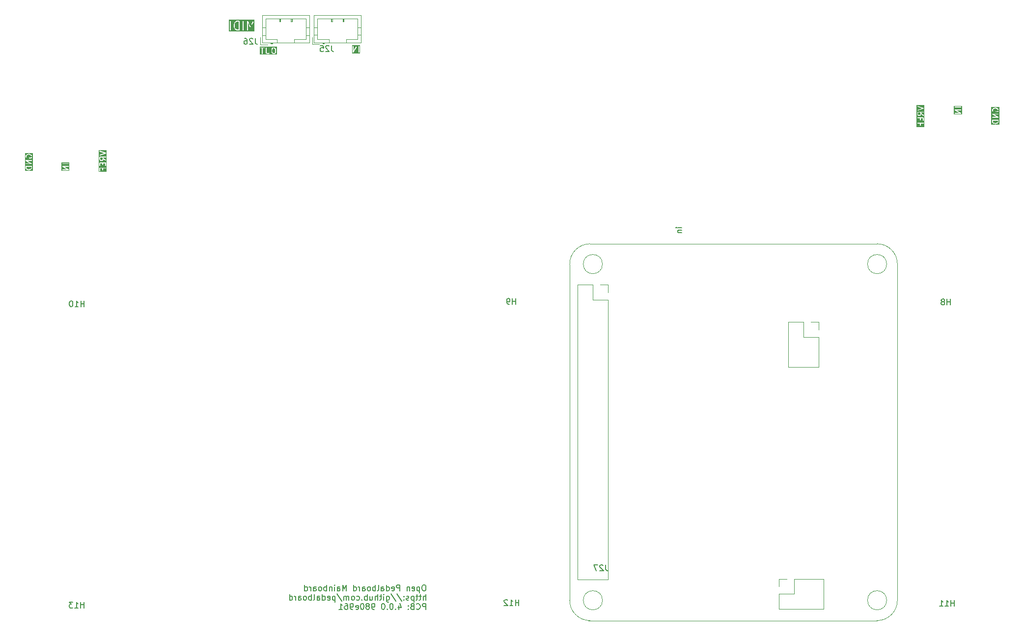
<source format=gbo>
G04 #@! TF.GenerationSoftware,KiCad,Pcbnew,8.0.4+1*
G04 #@! TF.CreationDate,2024-10-16T16:42:30+00:00*
G04 #@! TF.ProjectId,pedalboard-hw,70656461-6c62-46f6-9172-642d68772e6b,4.0.0*
G04 #@! TF.SameCoordinates,Original*
G04 #@! TF.FileFunction,Legend,Bot*
G04 #@! TF.FilePolarity,Positive*
%FSLAX46Y46*%
G04 Gerber Fmt 4.6, Leading zero omitted, Abs format (unit mm)*
G04 Created by KiCad (PCBNEW 8.0.4+1) date 2024-10-16 16:42:30*
%MOMM*%
%LPD*%
G01*
G04 APERTURE LIST*
%ADD10C,0.150000*%
%ADD11C,0.120000*%
%ADD12C,0.100000*%
G04 APERTURE END LIST*
D10*
G36*
X22164819Y-46880323D02*
G01*
X22126648Y-46994835D01*
X22052534Y-47068948D01*
X21975547Y-47107442D01*
X21802013Y-47150826D01*
X21677624Y-47150826D01*
X21504090Y-47107442D01*
X21427103Y-47068949D01*
X21352990Y-46994836D01*
X21314819Y-46880322D01*
X21314819Y-46729398D01*
X22164819Y-46729398D01*
X22164819Y-46880323D01*
G37*
G36*
X22425930Y-47411937D02*
G01*
X21053708Y-47411937D01*
X21053708Y-46654398D01*
X21164819Y-46654398D01*
X21164819Y-46892493D01*
X21165548Y-46899898D01*
X21165408Y-46901873D01*
X21165998Y-46904470D01*
X21166260Y-46907125D01*
X21167018Y-46908956D01*
X21168668Y-46916210D01*
X21216287Y-47059067D01*
X21222281Y-47072492D01*
X21224046Y-47074527D01*
X21225078Y-47077018D01*
X21234405Y-47088383D01*
X21329643Y-47183621D01*
X21335393Y-47188341D01*
X21336692Y-47189838D01*
X21338946Y-47191257D01*
X21341008Y-47192949D01*
X21342840Y-47193707D01*
X21349135Y-47197670D01*
X21444373Y-47245289D01*
X21445442Y-47245698D01*
X21445878Y-47246021D01*
X21452014Y-47248213D01*
X21458104Y-47250544D01*
X21458644Y-47250582D01*
X21459724Y-47250968D01*
X21650200Y-47298587D01*
X21652736Y-47298962D01*
X21653758Y-47299385D01*
X21659270Y-47299927D01*
X21664744Y-47300737D01*
X21665836Y-47300574D01*
X21668390Y-47300826D01*
X21811247Y-47300826D01*
X21813800Y-47300574D01*
X21814893Y-47300737D01*
X21820366Y-47299927D01*
X21825879Y-47299385D01*
X21826900Y-47298962D01*
X21829437Y-47298587D01*
X22019913Y-47250968D01*
X22020992Y-47250582D01*
X22021532Y-47250544D01*
X22027613Y-47248216D01*
X22033759Y-47246021D01*
X22034194Y-47245698D01*
X22035264Y-47245289D01*
X22130502Y-47197670D01*
X22136798Y-47193706D01*
X22138628Y-47192949D01*
X22140686Y-47191259D01*
X22142945Y-47189838D01*
X22144244Y-47188339D01*
X22149994Y-47183621D01*
X22245233Y-47088383D01*
X22254561Y-47077018D01*
X22255592Y-47074527D01*
X22257357Y-47072493D01*
X22263351Y-47059067D01*
X22310970Y-46916211D01*
X22312619Y-46908955D01*
X22313378Y-46907125D01*
X22313639Y-46904471D01*
X22314230Y-46901874D01*
X22314089Y-46899899D01*
X22314819Y-46892493D01*
X22314819Y-46654398D01*
X22313378Y-46639766D01*
X22302179Y-46612730D01*
X22281487Y-46592038D01*
X22254451Y-46580839D01*
X22239819Y-46579398D01*
X21239819Y-46579398D01*
X21225187Y-46580839D01*
X21198151Y-46592038D01*
X21177459Y-46612730D01*
X21166260Y-46639766D01*
X21164819Y-46654398D01*
X21053708Y-46654398D01*
X21053708Y-45612018D01*
X21165002Y-45612018D01*
X21166260Y-45616630D01*
X21166260Y-45621411D01*
X21170077Y-45630626D01*
X21172702Y-45640250D01*
X21175629Y-45644030D01*
X21177459Y-45648447D01*
X21184509Y-45655497D01*
X21190619Y-45663387D01*
X21196751Y-45667739D01*
X21198151Y-45669139D01*
X21199525Y-45669708D01*
X21202609Y-45671897D01*
X21957402Y-46103207D01*
X21239819Y-46103207D01*
X21225187Y-46104648D01*
X21198151Y-46115847D01*
X21177459Y-46136539D01*
X21166260Y-46163575D01*
X21166260Y-46192839D01*
X21177459Y-46219875D01*
X21198151Y-46240567D01*
X21225187Y-46251766D01*
X21239819Y-46253207D01*
X22239819Y-46253207D01*
X22243582Y-46252836D01*
X22245058Y-46253024D01*
X22246968Y-46252502D01*
X22254451Y-46251766D01*
X22263666Y-46247948D01*
X22273290Y-46245324D01*
X22277070Y-46242396D01*
X22281487Y-46240567D01*
X22288537Y-46233516D01*
X22296427Y-46227407D01*
X22298800Y-46223253D01*
X22302179Y-46219875D01*
X22305995Y-46210662D01*
X22310946Y-46201998D01*
X22311548Y-46197254D01*
X22313378Y-46192839D01*
X22313378Y-46182864D01*
X22314636Y-46172968D01*
X22313378Y-46168355D01*
X22313378Y-46163575D01*
X22309560Y-46154358D01*
X22306936Y-46144737D01*
X22304009Y-46140957D01*
X22302179Y-46136539D01*
X22295127Y-46129487D01*
X22289019Y-46121599D01*
X22282884Y-46117244D01*
X22281487Y-46115847D01*
X22280114Y-46115278D01*
X22277030Y-46113089D01*
X21522236Y-45681779D01*
X22239819Y-45681779D01*
X22254451Y-45680338D01*
X22281487Y-45669139D01*
X22302179Y-45648447D01*
X22313378Y-45621411D01*
X22313378Y-45592147D01*
X22302179Y-45565111D01*
X22281487Y-45544419D01*
X22254451Y-45533220D01*
X22239819Y-45531779D01*
X21239819Y-45531779D01*
X21236055Y-45532149D01*
X21234580Y-45531962D01*
X21232669Y-45532483D01*
X21225187Y-45533220D01*
X21215971Y-45537037D01*
X21206348Y-45539662D01*
X21202567Y-45542589D01*
X21198151Y-45544419D01*
X21191100Y-45551469D01*
X21183211Y-45557579D01*
X21180837Y-45561732D01*
X21177459Y-45565111D01*
X21173642Y-45574323D01*
X21168692Y-45582988D01*
X21168089Y-45587731D01*
X21166260Y-45592147D01*
X21166260Y-45602121D01*
X21165002Y-45612018D01*
X21053708Y-45612018D01*
X21053708Y-44892493D01*
X21164819Y-44892493D01*
X21164819Y-45035350D01*
X21166260Y-45049982D01*
X21167291Y-45052471D01*
X21167482Y-45055159D01*
X21172737Y-45068891D01*
X21220356Y-45164129D01*
X21228188Y-45176572D01*
X21250296Y-45195745D01*
X21278057Y-45204999D01*
X21307247Y-45202925D01*
X21333422Y-45189837D01*
X21352595Y-45167730D01*
X21361849Y-45139968D01*
X21359775Y-45110778D01*
X21354520Y-45097047D01*
X21314819Y-45017645D01*
X21314819Y-44904663D01*
X21352990Y-44790149D01*
X21427103Y-44716037D01*
X21504090Y-44677543D01*
X21677624Y-44634160D01*
X21802013Y-44634160D01*
X21975547Y-44677543D01*
X22052534Y-44716037D01*
X22126648Y-44790150D01*
X22164819Y-44904663D01*
X22164819Y-44975561D01*
X22126648Y-45090073D01*
X22113514Y-45103207D01*
X21886247Y-45103207D01*
X21886247Y-44987731D01*
X21884806Y-44973099D01*
X21873607Y-44946063D01*
X21852915Y-44925371D01*
X21825879Y-44914172D01*
X21796615Y-44914172D01*
X21769579Y-44925371D01*
X21748887Y-44946063D01*
X21737688Y-44973099D01*
X21736247Y-44987731D01*
X21736247Y-45178207D01*
X21737688Y-45192838D01*
X21737688Y-45192839D01*
X21748887Y-45219875D01*
X21769579Y-45240567D01*
X21796615Y-45251766D01*
X21811247Y-45253207D01*
X22144580Y-45253207D01*
X22159212Y-45251766D01*
X22170410Y-45247127D01*
X22186247Y-45240568D01*
X22197612Y-45231241D01*
X22245232Y-45183622D01*
X22254560Y-45172256D01*
X22255590Y-45169767D01*
X22257357Y-45167731D01*
X22263351Y-45154305D01*
X22310970Y-45011449D01*
X22312619Y-45004193D01*
X22313378Y-45002363D01*
X22313639Y-44999709D01*
X22314230Y-44997112D01*
X22314089Y-44995137D01*
X22314819Y-44987731D01*
X22314819Y-44892493D01*
X22314089Y-44885086D01*
X22314230Y-44883112D01*
X22313639Y-44880514D01*
X22313378Y-44877861D01*
X22312619Y-44876030D01*
X22310970Y-44868775D01*
X22263351Y-44725919D01*
X22257357Y-44712493D01*
X22255592Y-44710458D01*
X22254561Y-44707968D01*
X22245233Y-44696603D01*
X22149994Y-44601365D01*
X22144244Y-44596646D01*
X22142945Y-44595148D01*
X22140686Y-44593726D01*
X22138628Y-44592037D01*
X22136798Y-44591279D01*
X22130502Y-44587316D01*
X22035264Y-44539697D01*
X22034194Y-44539287D01*
X22033759Y-44538965D01*
X22027613Y-44536769D01*
X22021532Y-44534442D01*
X22020992Y-44534403D01*
X22019913Y-44534018D01*
X21829437Y-44486399D01*
X21826900Y-44486023D01*
X21825879Y-44485601D01*
X21820366Y-44485058D01*
X21814893Y-44484249D01*
X21813800Y-44484411D01*
X21811247Y-44484160D01*
X21668390Y-44484160D01*
X21665836Y-44484411D01*
X21664744Y-44484249D01*
X21659270Y-44485058D01*
X21653758Y-44485601D01*
X21652736Y-44486023D01*
X21650200Y-44486399D01*
X21459724Y-44534018D01*
X21458644Y-44534403D01*
X21458104Y-44534442D01*
X21452014Y-44536772D01*
X21445878Y-44538965D01*
X21445442Y-44539287D01*
X21444373Y-44539697D01*
X21349135Y-44587316D01*
X21342840Y-44591278D01*
X21341008Y-44592037D01*
X21338946Y-44593728D01*
X21336692Y-44595148D01*
X21335393Y-44596644D01*
X21329643Y-44601365D01*
X21234405Y-44696603D01*
X21225078Y-44707968D01*
X21224046Y-44710458D01*
X21222281Y-44712494D01*
X21216287Y-44725919D01*
X21168668Y-44868776D01*
X21167018Y-44876029D01*
X21166260Y-44877861D01*
X21165998Y-44880515D01*
X21165408Y-44883113D01*
X21165548Y-44885087D01*
X21164819Y-44892493D01*
X21053708Y-44892493D01*
X21053708Y-44373049D01*
X22425930Y-44373049D01*
X22425930Y-47411937D01*
G37*
G36*
X78869331Y-27135747D02*
G01*
X77449491Y-27135747D01*
X77449491Y-25949819D01*
X77560602Y-25949819D01*
X77560602Y-26949819D01*
X77560972Y-26953582D01*
X77560785Y-26955058D01*
X77561306Y-26956968D01*
X77562043Y-26964451D01*
X77565860Y-26973666D01*
X77568485Y-26983290D01*
X77571412Y-26987070D01*
X77573242Y-26991487D01*
X77580292Y-26998537D01*
X77586402Y-27006427D01*
X77590555Y-27008800D01*
X77593934Y-27012179D01*
X77603146Y-27015995D01*
X77611811Y-27020946D01*
X77616554Y-27021548D01*
X77620970Y-27023378D01*
X77630944Y-27023378D01*
X77640841Y-27024636D01*
X77645453Y-27023378D01*
X77650234Y-27023378D01*
X77659449Y-27019560D01*
X77669073Y-27016936D01*
X77672853Y-27014008D01*
X77677270Y-27012179D01*
X77684320Y-27005128D01*
X77692210Y-26999019D01*
X77696562Y-26992886D01*
X77697962Y-26991487D01*
X77698531Y-26990112D01*
X77700720Y-26987029D01*
X78132030Y-26232235D01*
X78132030Y-26949819D01*
X78133471Y-26964451D01*
X78144670Y-26991487D01*
X78165362Y-27012179D01*
X78192398Y-27023378D01*
X78221662Y-27023378D01*
X78248698Y-27012179D01*
X78269390Y-26991487D01*
X78280589Y-26964451D01*
X78282030Y-26949819D01*
X78282030Y-25949819D01*
X78608220Y-25949819D01*
X78608220Y-26949819D01*
X78609661Y-26964451D01*
X78620860Y-26991487D01*
X78641552Y-27012179D01*
X78668588Y-27023378D01*
X78697852Y-27023378D01*
X78724888Y-27012179D01*
X78745580Y-26991487D01*
X78756779Y-26964451D01*
X78758220Y-26949819D01*
X78758220Y-25949819D01*
X78756779Y-25935187D01*
X78745580Y-25908151D01*
X78724888Y-25887459D01*
X78697852Y-25876260D01*
X78668588Y-25876260D01*
X78641552Y-25887459D01*
X78620860Y-25908151D01*
X78609661Y-25935187D01*
X78608220Y-25949819D01*
X78282030Y-25949819D01*
X78281659Y-25946055D01*
X78281847Y-25944580D01*
X78281325Y-25942669D01*
X78280589Y-25935187D01*
X78276771Y-25925971D01*
X78274147Y-25916348D01*
X78271219Y-25912567D01*
X78269390Y-25908151D01*
X78262339Y-25901100D01*
X78256230Y-25893211D01*
X78252076Y-25890837D01*
X78248698Y-25887459D01*
X78239485Y-25883642D01*
X78230821Y-25878692D01*
X78226077Y-25878089D01*
X78221662Y-25876260D01*
X78211688Y-25876260D01*
X78201791Y-25875002D01*
X78197179Y-25876260D01*
X78192398Y-25876260D01*
X78183181Y-25880077D01*
X78173560Y-25882702D01*
X78169780Y-25885628D01*
X78165362Y-25887459D01*
X78158310Y-25894510D01*
X78150422Y-25900619D01*
X78146067Y-25906753D01*
X78144670Y-25908151D01*
X78144101Y-25909523D01*
X78141912Y-25912608D01*
X77710602Y-26667402D01*
X77710602Y-25949819D01*
X77709161Y-25935187D01*
X77697962Y-25908151D01*
X77677270Y-25887459D01*
X77650234Y-25876260D01*
X77620970Y-25876260D01*
X77593934Y-25887459D01*
X77573242Y-25908151D01*
X77562043Y-25935187D01*
X77560602Y-25949819D01*
X77449491Y-25949819D01*
X77449491Y-25763891D01*
X78869331Y-25763891D01*
X78869331Y-27135747D01*
G37*
G36*
X188784819Y-38900323D02*
G01*
X188746648Y-39014835D01*
X188672534Y-39088948D01*
X188595547Y-39127442D01*
X188422013Y-39170826D01*
X188297624Y-39170826D01*
X188124090Y-39127442D01*
X188047103Y-39088949D01*
X187972990Y-39014836D01*
X187934819Y-38900322D01*
X187934819Y-38749398D01*
X188784819Y-38749398D01*
X188784819Y-38900323D01*
G37*
G36*
X189045930Y-39431937D02*
G01*
X187673708Y-39431937D01*
X187673708Y-38674398D01*
X187784819Y-38674398D01*
X187784819Y-38912493D01*
X187785548Y-38919898D01*
X187785408Y-38921873D01*
X187785998Y-38924470D01*
X187786260Y-38927125D01*
X187787018Y-38928956D01*
X187788668Y-38936210D01*
X187836287Y-39079067D01*
X187842281Y-39092492D01*
X187844046Y-39094527D01*
X187845078Y-39097018D01*
X187854405Y-39108383D01*
X187949643Y-39203621D01*
X187955393Y-39208341D01*
X187956692Y-39209838D01*
X187958946Y-39211257D01*
X187961008Y-39212949D01*
X187962840Y-39213707D01*
X187969135Y-39217670D01*
X188064373Y-39265289D01*
X188065442Y-39265698D01*
X188065878Y-39266021D01*
X188072014Y-39268213D01*
X188078104Y-39270544D01*
X188078644Y-39270582D01*
X188079724Y-39270968D01*
X188270200Y-39318587D01*
X188272736Y-39318962D01*
X188273758Y-39319385D01*
X188279270Y-39319927D01*
X188284744Y-39320737D01*
X188285836Y-39320574D01*
X188288390Y-39320826D01*
X188431247Y-39320826D01*
X188433800Y-39320574D01*
X188434893Y-39320737D01*
X188440366Y-39319927D01*
X188445879Y-39319385D01*
X188446900Y-39318962D01*
X188449437Y-39318587D01*
X188639913Y-39270968D01*
X188640992Y-39270582D01*
X188641532Y-39270544D01*
X188647613Y-39268216D01*
X188653759Y-39266021D01*
X188654194Y-39265698D01*
X188655264Y-39265289D01*
X188750502Y-39217670D01*
X188756798Y-39213706D01*
X188758628Y-39212949D01*
X188760686Y-39211259D01*
X188762945Y-39209838D01*
X188764244Y-39208339D01*
X188769994Y-39203621D01*
X188865233Y-39108383D01*
X188874561Y-39097018D01*
X188875592Y-39094527D01*
X188877357Y-39092493D01*
X188883351Y-39079067D01*
X188930970Y-38936211D01*
X188932619Y-38928955D01*
X188933378Y-38927125D01*
X188933639Y-38924471D01*
X188934230Y-38921874D01*
X188934089Y-38919899D01*
X188934819Y-38912493D01*
X188934819Y-38674398D01*
X188933378Y-38659766D01*
X188922179Y-38632730D01*
X188901487Y-38612038D01*
X188874451Y-38600839D01*
X188859819Y-38599398D01*
X187859819Y-38599398D01*
X187845187Y-38600839D01*
X187818151Y-38612038D01*
X187797459Y-38632730D01*
X187786260Y-38659766D01*
X187784819Y-38674398D01*
X187673708Y-38674398D01*
X187673708Y-37632018D01*
X187785002Y-37632018D01*
X187786260Y-37636630D01*
X187786260Y-37641411D01*
X187790077Y-37650626D01*
X187792702Y-37660250D01*
X187795629Y-37664030D01*
X187797459Y-37668447D01*
X187804509Y-37675497D01*
X187810619Y-37683387D01*
X187816751Y-37687739D01*
X187818151Y-37689139D01*
X187819525Y-37689708D01*
X187822609Y-37691897D01*
X188577402Y-38123207D01*
X187859819Y-38123207D01*
X187845187Y-38124648D01*
X187818151Y-38135847D01*
X187797459Y-38156539D01*
X187786260Y-38183575D01*
X187786260Y-38212839D01*
X187797459Y-38239875D01*
X187818151Y-38260567D01*
X187845187Y-38271766D01*
X187859819Y-38273207D01*
X188859819Y-38273207D01*
X188863582Y-38272836D01*
X188865058Y-38273024D01*
X188866968Y-38272502D01*
X188874451Y-38271766D01*
X188883666Y-38267948D01*
X188893290Y-38265324D01*
X188897070Y-38262396D01*
X188901487Y-38260567D01*
X188908537Y-38253516D01*
X188916427Y-38247407D01*
X188918800Y-38243253D01*
X188922179Y-38239875D01*
X188925995Y-38230662D01*
X188930946Y-38221998D01*
X188931548Y-38217254D01*
X188933378Y-38212839D01*
X188933378Y-38202864D01*
X188934636Y-38192968D01*
X188933378Y-38188355D01*
X188933378Y-38183575D01*
X188929560Y-38174358D01*
X188926936Y-38164737D01*
X188924009Y-38160957D01*
X188922179Y-38156539D01*
X188915127Y-38149487D01*
X188909019Y-38141599D01*
X188902884Y-38137244D01*
X188901487Y-38135847D01*
X188900114Y-38135278D01*
X188897030Y-38133089D01*
X188142236Y-37701779D01*
X188859819Y-37701779D01*
X188874451Y-37700338D01*
X188901487Y-37689139D01*
X188922179Y-37668447D01*
X188933378Y-37641411D01*
X188933378Y-37612147D01*
X188922179Y-37585111D01*
X188901487Y-37564419D01*
X188874451Y-37553220D01*
X188859819Y-37551779D01*
X187859819Y-37551779D01*
X187856055Y-37552149D01*
X187854580Y-37551962D01*
X187852669Y-37552483D01*
X187845187Y-37553220D01*
X187835971Y-37557037D01*
X187826348Y-37559662D01*
X187822567Y-37562589D01*
X187818151Y-37564419D01*
X187811100Y-37571469D01*
X187803211Y-37577579D01*
X187800837Y-37581732D01*
X187797459Y-37585111D01*
X187793642Y-37594323D01*
X187788692Y-37602988D01*
X187788089Y-37607731D01*
X187786260Y-37612147D01*
X187786260Y-37622121D01*
X187785002Y-37632018D01*
X187673708Y-37632018D01*
X187673708Y-36912493D01*
X187784819Y-36912493D01*
X187784819Y-37055350D01*
X187786260Y-37069982D01*
X187787291Y-37072471D01*
X187787482Y-37075159D01*
X187792737Y-37088891D01*
X187840356Y-37184129D01*
X187848188Y-37196572D01*
X187870296Y-37215745D01*
X187898057Y-37224999D01*
X187927247Y-37222925D01*
X187953422Y-37209837D01*
X187972595Y-37187730D01*
X187981849Y-37159968D01*
X187979775Y-37130778D01*
X187974520Y-37117047D01*
X187934819Y-37037645D01*
X187934819Y-36924663D01*
X187972990Y-36810149D01*
X188047103Y-36736037D01*
X188124090Y-36697543D01*
X188297624Y-36654160D01*
X188422013Y-36654160D01*
X188595547Y-36697543D01*
X188672534Y-36736037D01*
X188746648Y-36810150D01*
X188784819Y-36924663D01*
X188784819Y-36995561D01*
X188746648Y-37110073D01*
X188733514Y-37123207D01*
X188506247Y-37123207D01*
X188506247Y-37007731D01*
X188504806Y-36993099D01*
X188493607Y-36966063D01*
X188472915Y-36945371D01*
X188445879Y-36934172D01*
X188416615Y-36934172D01*
X188389579Y-36945371D01*
X188368887Y-36966063D01*
X188357688Y-36993099D01*
X188356247Y-37007731D01*
X188356247Y-37198207D01*
X188357688Y-37212838D01*
X188357688Y-37212839D01*
X188368887Y-37239875D01*
X188389579Y-37260567D01*
X188416615Y-37271766D01*
X188431247Y-37273207D01*
X188764580Y-37273207D01*
X188779212Y-37271766D01*
X188790410Y-37267127D01*
X188806247Y-37260568D01*
X188817612Y-37251241D01*
X188865232Y-37203622D01*
X188874560Y-37192256D01*
X188875590Y-37189767D01*
X188877357Y-37187731D01*
X188883351Y-37174305D01*
X188930970Y-37031449D01*
X188932619Y-37024193D01*
X188933378Y-37022363D01*
X188933639Y-37019709D01*
X188934230Y-37017112D01*
X188934089Y-37015137D01*
X188934819Y-37007731D01*
X188934819Y-36912493D01*
X188934089Y-36905086D01*
X188934230Y-36903112D01*
X188933639Y-36900514D01*
X188933378Y-36897861D01*
X188932619Y-36896030D01*
X188930970Y-36888775D01*
X188883351Y-36745919D01*
X188877357Y-36732493D01*
X188875592Y-36730458D01*
X188874561Y-36727968D01*
X188865233Y-36716603D01*
X188769994Y-36621365D01*
X188764244Y-36616646D01*
X188762945Y-36615148D01*
X188760686Y-36613726D01*
X188758628Y-36612037D01*
X188756798Y-36611279D01*
X188750502Y-36607316D01*
X188655264Y-36559697D01*
X188654194Y-36559287D01*
X188653759Y-36558965D01*
X188647613Y-36556769D01*
X188641532Y-36554442D01*
X188640992Y-36554403D01*
X188639913Y-36554018D01*
X188449437Y-36506399D01*
X188446900Y-36506023D01*
X188445879Y-36505601D01*
X188440366Y-36505058D01*
X188434893Y-36504249D01*
X188433800Y-36504411D01*
X188431247Y-36504160D01*
X188288390Y-36504160D01*
X188285836Y-36504411D01*
X188284744Y-36504249D01*
X188279270Y-36505058D01*
X188273758Y-36505601D01*
X188272736Y-36506023D01*
X188270200Y-36506399D01*
X188079724Y-36554018D01*
X188078644Y-36554403D01*
X188078104Y-36554442D01*
X188072014Y-36556772D01*
X188065878Y-36558965D01*
X188065442Y-36559287D01*
X188064373Y-36559697D01*
X187969135Y-36607316D01*
X187962840Y-36611278D01*
X187961008Y-36612037D01*
X187958946Y-36613728D01*
X187956692Y-36615148D01*
X187955393Y-36616644D01*
X187949643Y-36621365D01*
X187854405Y-36716603D01*
X187845078Y-36727968D01*
X187844046Y-36730458D01*
X187842281Y-36732494D01*
X187836287Y-36745919D01*
X187788668Y-36888776D01*
X187787018Y-36896029D01*
X187786260Y-36897861D01*
X187785998Y-36900515D01*
X187785408Y-36903113D01*
X187785548Y-36905087D01*
X187784819Y-36912493D01*
X187673708Y-36912493D01*
X187673708Y-36393049D01*
X189045930Y-36393049D01*
X189045930Y-39431937D01*
G37*
X89972744Y-118849931D02*
X89782268Y-118849931D01*
X89782268Y-118849931D02*
X89687030Y-118897550D01*
X89687030Y-118897550D02*
X89591792Y-118992788D01*
X89591792Y-118992788D02*
X89544173Y-119183264D01*
X89544173Y-119183264D02*
X89544173Y-119516597D01*
X89544173Y-119516597D02*
X89591792Y-119707073D01*
X89591792Y-119707073D02*
X89687030Y-119802312D01*
X89687030Y-119802312D02*
X89782268Y-119849931D01*
X89782268Y-119849931D02*
X89972744Y-119849931D01*
X89972744Y-119849931D02*
X90067982Y-119802312D01*
X90067982Y-119802312D02*
X90163220Y-119707073D01*
X90163220Y-119707073D02*
X90210839Y-119516597D01*
X90210839Y-119516597D02*
X90210839Y-119183264D01*
X90210839Y-119183264D02*
X90163220Y-118992788D01*
X90163220Y-118992788D02*
X90067982Y-118897550D01*
X90067982Y-118897550D02*
X89972744Y-118849931D01*
X89115601Y-119183264D02*
X89115601Y-120183264D01*
X89115601Y-119230883D02*
X89020363Y-119183264D01*
X89020363Y-119183264D02*
X88829887Y-119183264D01*
X88829887Y-119183264D02*
X88734649Y-119230883D01*
X88734649Y-119230883D02*
X88687030Y-119278502D01*
X88687030Y-119278502D02*
X88639411Y-119373740D01*
X88639411Y-119373740D02*
X88639411Y-119659454D01*
X88639411Y-119659454D02*
X88687030Y-119754692D01*
X88687030Y-119754692D02*
X88734649Y-119802312D01*
X88734649Y-119802312D02*
X88829887Y-119849931D01*
X88829887Y-119849931D02*
X89020363Y-119849931D01*
X89020363Y-119849931D02*
X89115601Y-119802312D01*
X87829887Y-119802312D02*
X87925125Y-119849931D01*
X87925125Y-119849931D02*
X88115601Y-119849931D01*
X88115601Y-119849931D02*
X88210839Y-119802312D01*
X88210839Y-119802312D02*
X88258458Y-119707073D01*
X88258458Y-119707073D02*
X88258458Y-119326121D01*
X88258458Y-119326121D02*
X88210839Y-119230883D01*
X88210839Y-119230883D02*
X88115601Y-119183264D01*
X88115601Y-119183264D02*
X87925125Y-119183264D01*
X87925125Y-119183264D02*
X87829887Y-119230883D01*
X87829887Y-119230883D02*
X87782268Y-119326121D01*
X87782268Y-119326121D02*
X87782268Y-119421359D01*
X87782268Y-119421359D02*
X88258458Y-119516597D01*
X87353696Y-119183264D02*
X87353696Y-119849931D01*
X87353696Y-119278502D02*
X87306077Y-119230883D01*
X87306077Y-119230883D02*
X87210839Y-119183264D01*
X87210839Y-119183264D02*
X87067982Y-119183264D01*
X87067982Y-119183264D02*
X86972744Y-119230883D01*
X86972744Y-119230883D02*
X86925125Y-119326121D01*
X86925125Y-119326121D02*
X86925125Y-119849931D01*
X85687029Y-119849931D02*
X85687029Y-118849931D01*
X85687029Y-118849931D02*
X85306077Y-118849931D01*
X85306077Y-118849931D02*
X85210839Y-118897550D01*
X85210839Y-118897550D02*
X85163220Y-118945169D01*
X85163220Y-118945169D02*
X85115601Y-119040407D01*
X85115601Y-119040407D02*
X85115601Y-119183264D01*
X85115601Y-119183264D02*
X85163220Y-119278502D01*
X85163220Y-119278502D02*
X85210839Y-119326121D01*
X85210839Y-119326121D02*
X85306077Y-119373740D01*
X85306077Y-119373740D02*
X85687029Y-119373740D01*
X84306077Y-119802312D02*
X84401315Y-119849931D01*
X84401315Y-119849931D02*
X84591791Y-119849931D01*
X84591791Y-119849931D02*
X84687029Y-119802312D01*
X84687029Y-119802312D02*
X84734648Y-119707073D01*
X84734648Y-119707073D02*
X84734648Y-119326121D01*
X84734648Y-119326121D02*
X84687029Y-119230883D01*
X84687029Y-119230883D02*
X84591791Y-119183264D01*
X84591791Y-119183264D02*
X84401315Y-119183264D01*
X84401315Y-119183264D02*
X84306077Y-119230883D01*
X84306077Y-119230883D02*
X84258458Y-119326121D01*
X84258458Y-119326121D02*
X84258458Y-119421359D01*
X84258458Y-119421359D02*
X84734648Y-119516597D01*
X83401315Y-119849931D02*
X83401315Y-118849931D01*
X83401315Y-119802312D02*
X83496553Y-119849931D01*
X83496553Y-119849931D02*
X83687029Y-119849931D01*
X83687029Y-119849931D02*
X83782267Y-119802312D01*
X83782267Y-119802312D02*
X83829886Y-119754692D01*
X83829886Y-119754692D02*
X83877505Y-119659454D01*
X83877505Y-119659454D02*
X83877505Y-119373740D01*
X83877505Y-119373740D02*
X83829886Y-119278502D01*
X83829886Y-119278502D02*
X83782267Y-119230883D01*
X83782267Y-119230883D02*
X83687029Y-119183264D01*
X83687029Y-119183264D02*
X83496553Y-119183264D01*
X83496553Y-119183264D02*
X83401315Y-119230883D01*
X82496553Y-119849931D02*
X82496553Y-119326121D01*
X82496553Y-119326121D02*
X82544172Y-119230883D01*
X82544172Y-119230883D02*
X82639410Y-119183264D01*
X82639410Y-119183264D02*
X82829886Y-119183264D01*
X82829886Y-119183264D02*
X82925124Y-119230883D01*
X82496553Y-119802312D02*
X82591791Y-119849931D01*
X82591791Y-119849931D02*
X82829886Y-119849931D01*
X82829886Y-119849931D02*
X82925124Y-119802312D01*
X82925124Y-119802312D02*
X82972743Y-119707073D01*
X82972743Y-119707073D02*
X82972743Y-119611835D01*
X82972743Y-119611835D02*
X82925124Y-119516597D01*
X82925124Y-119516597D02*
X82829886Y-119468978D01*
X82829886Y-119468978D02*
X82591791Y-119468978D01*
X82591791Y-119468978D02*
X82496553Y-119421359D01*
X81877505Y-119849931D02*
X81972743Y-119802312D01*
X81972743Y-119802312D02*
X82020362Y-119707073D01*
X82020362Y-119707073D02*
X82020362Y-118849931D01*
X81496552Y-119849931D02*
X81496552Y-118849931D01*
X81496552Y-119230883D02*
X81401314Y-119183264D01*
X81401314Y-119183264D02*
X81210838Y-119183264D01*
X81210838Y-119183264D02*
X81115600Y-119230883D01*
X81115600Y-119230883D02*
X81067981Y-119278502D01*
X81067981Y-119278502D02*
X81020362Y-119373740D01*
X81020362Y-119373740D02*
X81020362Y-119659454D01*
X81020362Y-119659454D02*
X81067981Y-119754692D01*
X81067981Y-119754692D02*
X81115600Y-119802312D01*
X81115600Y-119802312D02*
X81210838Y-119849931D01*
X81210838Y-119849931D02*
X81401314Y-119849931D01*
X81401314Y-119849931D02*
X81496552Y-119802312D01*
X80448933Y-119849931D02*
X80544171Y-119802312D01*
X80544171Y-119802312D02*
X80591790Y-119754692D01*
X80591790Y-119754692D02*
X80639409Y-119659454D01*
X80639409Y-119659454D02*
X80639409Y-119373740D01*
X80639409Y-119373740D02*
X80591790Y-119278502D01*
X80591790Y-119278502D02*
X80544171Y-119230883D01*
X80544171Y-119230883D02*
X80448933Y-119183264D01*
X80448933Y-119183264D02*
X80306076Y-119183264D01*
X80306076Y-119183264D02*
X80210838Y-119230883D01*
X80210838Y-119230883D02*
X80163219Y-119278502D01*
X80163219Y-119278502D02*
X80115600Y-119373740D01*
X80115600Y-119373740D02*
X80115600Y-119659454D01*
X80115600Y-119659454D02*
X80163219Y-119754692D01*
X80163219Y-119754692D02*
X80210838Y-119802312D01*
X80210838Y-119802312D02*
X80306076Y-119849931D01*
X80306076Y-119849931D02*
X80448933Y-119849931D01*
X79258457Y-119849931D02*
X79258457Y-119326121D01*
X79258457Y-119326121D02*
X79306076Y-119230883D01*
X79306076Y-119230883D02*
X79401314Y-119183264D01*
X79401314Y-119183264D02*
X79591790Y-119183264D01*
X79591790Y-119183264D02*
X79687028Y-119230883D01*
X79258457Y-119802312D02*
X79353695Y-119849931D01*
X79353695Y-119849931D02*
X79591790Y-119849931D01*
X79591790Y-119849931D02*
X79687028Y-119802312D01*
X79687028Y-119802312D02*
X79734647Y-119707073D01*
X79734647Y-119707073D02*
X79734647Y-119611835D01*
X79734647Y-119611835D02*
X79687028Y-119516597D01*
X79687028Y-119516597D02*
X79591790Y-119468978D01*
X79591790Y-119468978D02*
X79353695Y-119468978D01*
X79353695Y-119468978D02*
X79258457Y-119421359D01*
X78782266Y-119849931D02*
X78782266Y-119183264D01*
X78782266Y-119373740D02*
X78734647Y-119278502D01*
X78734647Y-119278502D02*
X78687028Y-119230883D01*
X78687028Y-119230883D02*
X78591790Y-119183264D01*
X78591790Y-119183264D02*
X78496552Y-119183264D01*
X77734647Y-119849931D02*
X77734647Y-118849931D01*
X77734647Y-119802312D02*
X77829885Y-119849931D01*
X77829885Y-119849931D02*
X78020361Y-119849931D01*
X78020361Y-119849931D02*
X78115599Y-119802312D01*
X78115599Y-119802312D02*
X78163218Y-119754692D01*
X78163218Y-119754692D02*
X78210837Y-119659454D01*
X78210837Y-119659454D02*
X78210837Y-119373740D01*
X78210837Y-119373740D02*
X78163218Y-119278502D01*
X78163218Y-119278502D02*
X78115599Y-119230883D01*
X78115599Y-119230883D02*
X78020361Y-119183264D01*
X78020361Y-119183264D02*
X77829885Y-119183264D01*
X77829885Y-119183264D02*
X77734647Y-119230883D01*
X76496551Y-119849931D02*
X76496551Y-118849931D01*
X76496551Y-118849931D02*
X76163218Y-119564216D01*
X76163218Y-119564216D02*
X75829885Y-118849931D01*
X75829885Y-118849931D02*
X75829885Y-119849931D01*
X74925123Y-119849931D02*
X74925123Y-119326121D01*
X74925123Y-119326121D02*
X74972742Y-119230883D01*
X74972742Y-119230883D02*
X75067980Y-119183264D01*
X75067980Y-119183264D02*
X75258456Y-119183264D01*
X75258456Y-119183264D02*
X75353694Y-119230883D01*
X74925123Y-119802312D02*
X75020361Y-119849931D01*
X75020361Y-119849931D02*
X75258456Y-119849931D01*
X75258456Y-119849931D02*
X75353694Y-119802312D01*
X75353694Y-119802312D02*
X75401313Y-119707073D01*
X75401313Y-119707073D02*
X75401313Y-119611835D01*
X75401313Y-119611835D02*
X75353694Y-119516597D01*
X75353694Y-119516597D02*
X75258456Y-119468978D01*
X75258456Y-119468978D02*
X75020361Y-119468978D01*
X75020361Y-119468978D02*
X74925123Y-119421359D01*
X74448932Y-119849931D02*
X74448932Y-119183264D01*
X74448932Y-118849931D02*
X74496551Y-118897550D01*
X74496551Y-118897550D02*
X74448932Y-118945169D01*
X74448932Y-118945169D02*
X74401313Y-118897550D01*
X74401313Y-118897550D02*
X74448932Y-118849931D01*
X74448932Y-118849931D02*
X74448932Y-118945169D01*
X73972742Y-119183264D02*
X73972742Y-119849931D01*
X73972742Y-119278502D02*
X73925123Y-119230883D01*
X73925123Y-119230883D02*
X73829885Y-119183264D01*
X73829885Y-119183264D02*
X73687028Y-119183264D01*
X73687028Y-119183264D02*
X73591790Y-119230883D01*
X73591790Y-119230883D02*
X73544171Y-119326121D01*
X73544171Y-119326121D02*
X73544171Y-119849931D01*
X73067980Y-119849931D02*
X73067980Y-118849931D01*
X73067980Y-119230883D02*
X72972742Y-119183264D01*
X72972742Y-119183264D02*
X72782266Y-119183264D01*
X72782266Y-119183264D02*
X72687028Y-119230883D01*
X72687028Y-119230883D02*
X72639409Y-119278502D01*
X72639409Y-119278502D02*
X72591790Y-119373740D01*
X72591790Y-119373740D02*
X72591790Y-119659454D01*
X72591790Y-119659454D02*
X72639409Y-119754692D01*
X72639409Y-119754692D02*
X72687028Y-119802312D01*
X72687028Y-119802312D02*
X72782266Y-119849931D01*
X72782266Y-119849931D02*
X72972742Y-119849931D01*
X72972742Y-119849931D02*
X73067980Y-119802312D01*
X72020361Y-119849931D02*
X72115599Y-119802312D01*
X72115599Y-119802312D02*
X72163218Y-119754692D01*
X72163218Y-119754692D02*
X72210837Y-119659454D01*
X72210837Y-119659454D02*
X72210837Y-119373740D01*
X72210837Y-119373740D02*
X72163218Y-119278502D01*
X72163218Y-119278502D02*
X72115599Y-119230883D01*
X72115599Y-119230883D02*
X72020361Y-119183264D01*
X72020361Y-119183264D02*
X71877504Y-119183264D01*
X71877504Y-119183264D02*
X71782266Y-119230883D01*
X71782266Y-119230883D02*
X71734647Y-119278502D01*
X71734647Y-119278502D02*
X71687028Y-119373740D01*
X71687028Y-119373740D02*
X71687028Y-119659454D01*
X71687028Y-119659454D02*
X71734647Y-119754692D01*
X71734647Y-119754692D02*
X71782266Y-119802312D01*
X71782266Y-119802312D02*
X71877504Y-119849931D01*
X71877504Y-119849931D02*
X72020361Y-119849931D01*
X70829885Y-119849931D02*
X70829885Y-119326121D01*
X70829885Y-119326121D02*
X70877504Y-119230883D01*
X70877504Y-119230883D02*
X70972742Y-119183264D01*
X70972742Y-119183264D02*
X71163218Y-119183264D01*
X71163218Y-119183264D02*
X71258456Y-119230883D01*
X70829885Y-119802312D02*
X70925123Y-119849931D01*
X70925123Y-119849931D02*
X71163218Y-119849931D01*
X71163218Y-119849931D02*
X71258456Y-119802312D01*
X71258456Y-119802312D02*
X71306075Y-119707073D01*
X71306075Y-119707073D02*
X71306075Y-119611835D01*
X71306075Y-119611835D02*
X71258456Y-119516597D01*
X71258456Y-119516597D02*
X71163218Y-119468978D01*
X71163218Y-119468978D02*
X70925123Y-119468978D01*
X70925123Y-119468978D02*
X70829885Y-119421359D01*
X70353694Y-119849931D02*
X70353694Y-119183264D01*
X70353694Y-119373740D02*
X70306075Y-119278502D01*
X70306075Y-119278502D02*
X70258456Y-119230883D01*
X70258456Y-119230883D02*
X70163218Y-119183264D01*
X70163218Y-119183264D02*
X70067980Y-119183264D01*
X69306075Y-119849931D02*
X69306075Y-118849931D01*
X69306075Y-119802312D02*
X69401313Y-119849931D01*
X69401313Y-119849931D02*
X69591789Y-119849931D01*
X69591789Y-119849931D02*
X69687027Y-119802312D01*
X69687027Y-119802312D02*
X69734646Y-119754692D01*
X69734646Y-119754692D02*
X69782265Y-119659454D01*
X69782265Y-119659454D02*
X69782265Y-119373740D01*
X69782265Y-119373740D02*
X69734646Y-119278502D01*
X69734646Y-119278502D02*
X69687027Y-119230883D01*
X69687027Y-119230883D02*
X69591789Y-119183264D01*
X69591789Y-119183264D02*
X69401313Y-119183264D01*
X69401313Y-119183264D02*
X69306075Y-119230883D01*
X90163220Y-121459875D02*
X90163220Y-120459875D01*
X89734649Y-121459875D02*
X89734649Y-120936065D01*
X89734649Y-120936065D02*
X89782268Y-120840827D01*
X89782268Y-120840827D02*
X89877506Y-120793208D01*
X89877506Y-120793208D02*
X90020363Y-120793208D01*
X90020363Y-120793208D02*
X90115601Y-120840827D01*
X90115601Y-120840827D02*
X90163220Y-120888446D01*
X89401315Y-120793208D02*
X89020363Y-120793208D01*
X89258458Y-120459875D02*
X89258458Y-121317017D01*
X89258458Y-121317017D02*
X89210839Y-121412256D01*
X89210839Y-121412256D02*
X89115601Y-121459875D01*
X89115601Y-121459875D02*
X89020363Y-121459875D01*
X88829886Y-120793208D02*
X88448934Y-120793208D01*
X88687029Y-120459875D02*
X88687029Y-121317017D01*
X88687029Y-121317017D02*
X88639410Y-121412256D01*
X88639410Y-121412256D02*
X88544172Y-121459875D01*
X88544172Y-121459875D02*
X88448934Y-121459875D01*
X88115600Y-120793208D02*
X88115600Y-121793208D01*
X88115600Y-120840827D02*
X88020362Y-120793208D01*
X88020362Y-120793208D02*
X87829886Y-120793208D01*
X87829886Y-120793208D02*
X87734648Y-120840827D01*
X87734648Y-120840827D02*
X87687029Y-120888446D01*
X87687029Y-120888446D02*
X87639410Y-120983684D01*
X87639410Y-120983684D02*
X87639410Y-121269398D01*
X87639410Y-121269398D02*
X87687029Y-121364636D01*
X87687029Y-121364636D02*
X87734648Y-121412256D01*
X87734648Y-121412256D02*
X87829886Y-121459875D01*
X87829886Y-121459875D02*
X88020362Y-121459875D01*
X88020362Y-121459875D02*
X88115600Y-121412256D01*
X87258457Y-121412256D02*
X87163219Y-121459875D01*
X87163219Y-121459875D02*
X86972743Y-121459875D01*
X86972743Y-121459875D02*
X86877505Y-121412256D01*
X86877505Y-121412256D02*
X86829886Y-121317017D01*
X86829886Y-121317017D02*
X86829886Y-121269398D01*
X86829886Y-121269398D02*
X86877505Y-121174160D01*
X86877505Y-121174160D02*
X86972743Y-121126541D01*
X86972743Y-121126541D02*
X87115600Y-121126541D01*
X87115600Y-121126541D02*
X87210838Y-121078922D01*
X87210838Y-121078922D02*
X87258457Y-120983684D01*
X87258457Y-120983684D02*
X87258457Y-120936065D01*
X87258457Y-120936065D02*
X87210838Y-120840827D01*
X87210838Y-120840827D02*
X87115600Y-120793208D01*
X87115600Y-120793208D02*
X86972743Y-120793208D01*
X86972743Y-120793208D02*
X86877505Y-120840827D01*
X86401314Y-121364636D02*
X86353695Y-121412256D01*
X86353695Y-121412256D02*
X86401314Y-121459875D01*
X86401314Y-121459875D02*
X86448933Y-121412256D01*
X86448933Y-121412256D02*
X86401314Y-121364636D01*
X86401314Y-121364636D02*
X86401314Y-121459875D01*
X86401314Y-120840827D02*
X86353695Y-120888446D01*
X86353695Y-120888446D02*
X86401314Y-120936065D01*
X86401314Y-120936065D02*
X86448933Y-120888446D01*
X86448933Y-120888446D02*
X86401314Y-120840827D01*
X86401314Y-120840827D02*
X86401314Y-120936065D01*
X85210839Y-120412256D02*
X86067981Y-121697970D01*
X84163220Y-120412256D02*
X85020362Y-121697970D01*
X83401315Y-120793208D02*
X83401315Y-121602732D01*
X83401315Y-121602732D02*
X83448934Y-121697970D01*
X83448934Y-121697970D02*
X83496553Y-121745589D01*
X83496553Y-121745589D02*
X83591791Y-121793208D01*
X83591791Y-121793208D02*
X83734648Y-121793208D01*
X83734648Y-121793208D02*
X83829886Y-121745589D01*
X83401315Y-121412256D02*
X83496553Y-121459875D01*
X83496553Y-121459875D02*
X83687029Y-121459875D01*
X83687029Y-121459875D02*
X83782267Y-121412256D01*
X83782267Y-121412256D02*
X83829886Y-121364636D01*
X83829886Y-121364636D02*
X83877505Y-121269398D01*
X83877505Y-121269398D02*
X83877505Y-120983684D01*
X83877505Y-120983684D02*
X83829886Y-120888446D01*
X83829886Y-120888446D02*
X83782267Y-120840827D01*
X83782267Y-120840827D02*
X83687029Y-120793208D01*
X83687029Y-120793208D02*
X83496553Y-120793208D01*
X83496553Y-120793208D02*
X83401315Y-120840827D01*
X82925124Y-121459875D02*
X82925124Y-120793208D01*
X82925124Y-120459875D02*
X82972743Y-120507494D01*
X82972743Y-120507494D02*
X82925124Y-120555113D01*
X82925124Y-120555113D02*
X82877505Y-120507494D01*
X82877505Y-120507494D02*
X82925124Y-120459875D01*
X82925124Y-120459875D02*
X82925124Y-120555113D01*
X82591791Y-120793208D02*
X82210839Y-120793208D01*
X82448934Y-120459875D02*
X82448934Y-121317017D01*
X82448934Y-121317017D02*
X82401315Y-121412256D01*
X82401315Y-121412256D02*
X82306077Y-121459875D01*
X82306077Y-121459875D02*
X82210839Y-121459875D01*
X81877505Y-121459875D02*
X81877505Y-120459875D01*
X81448934Y-121459875D02*
X81448934Y-120936065D01*
X81448934Y-120936065D02*
X81496553Y-120840827D01*
X81496553Y-120840827D02*
X81591791Y-120793208D01*
X81591791Y-120793208D02*
X81734648Y-120793208D01*
X81734648Y-120793208D02*
X81829886Y-120840827D01*
X81829886Y-120840827D02*
X81877505Y-120888446D01*
X80544172Y-120793208D02*
X80544172Y-121459875D01*
X80972743Y-120793208D02*
X80972743Y-121317017D01*
X80972743Y-121317017D02*
X80925124Y-121412256D01*
X80925124Y-121412256D02*
X80829886Y-121459875D01*
X80829886Y-121459875D02*
X80687029Y-121459875D01*
X80687029Y-121459875D02*
X80591791Y-121412256D01*
X80591791Y-121412256D02*
X80544172Y-121364636D01*
X80067981Y-121459875D02*
X80067981Y-120459875D01*
X80067981Y-120840827D02*
X79972743Y-120793208D01*
X79972743Y-120793208D02*
X79782267Y-120793208D01*
X79782267Y-120793208D02*
X79687029Y-120840827D01*
X79687029Y-120840827D02*
X79639410Y-120888446D01*
X79639410Y-120888446D02*
X79591791Y-120983684D01*
X79591791Y-120983684D02*
X79591791Y-121269398D01*
X79591791Y-121269398D02*
X79639410Y-121364636D01*
X79639410Y-121364636D02*
X79687029Y-121412256D01*
X79687029Y-121412256D02*
X79782267Y-121459875D01*
X79782267Y-121459875D02*
X79972743Y-121459875D01*
X79972743Y-121459875D02*
X80067981Y-121412256D01*
X79163219Y-121364636D02*
X79115600Y-121412256D01*
X79115600Y-121412256D02*
X79163219Y-121459875D01*
X79163219Y-121459875D02*
X79210838Y-121412256D01*
X79210838Y-121412256D02*
X79163219Y-121364636D01*
X79163219Y-121364636D02*
X79163219Y-121459875D01*
X78258458Y-121412256D02*
X78353696Y-121459875D01*
X78353696Y-121459875D02*
X78544172Y-121459875D01*
X78544172Y-121459875D02*
X78639410Y-121412256D01*
X78639410Y-121412256D02*
X78687029Y-121364636D01*
X78687029Y-121364636D02*
X78734648Y-121269398D01*
X78734648Y-121269398D02*
X78734648Y-120983684D01*
X78734648Y-120983684D02*
X78687029Y-120888446D01*
X78687029Y-120888446D02*
X78639410Y-120840827D01*
X78639410Y-120840827D02*
X78544172Y-120793208D01*
X78544172Y-120793208D02*
X78353696Y-120793208D01*
X78353696Y-120793208D02*
X78258458Y-120840827D01*
X77687029Y-121459875D02*
X77782267Y-121412256D01*
X77782267Y-121412256D02*
X77829886Y-121364636D01*
X77829886Y-121364636D02*
X77877505Y-121269398D01*
X77877505Y-121269398D02*
X77877505Y-120983684D01*
X77877505Y-120983684D02*
X77829886Y-120888446D01*
X77829886Y-120888446D02*
X77782267Y-120840827D01*
X77782267Y-120840827D02*
X77687029Y-120793208D01*
X77687029Y-120793208D02*
X77544172Y-120793208D01*
X77544172Y-120793208D02*
X77448934Y-120840827D01*
X77448934Y-120840827D02*
X77401315Y-120888446D01*
X77401315Y-120888446D02*
X77353696Y-120983684D01*
X77353696Y-120983684D02*
X77353696Y-121269398D01*
X77353696Y-121269398D02*
X77401315Y-121364636D01*
X77401315Y-121364636D02*
X77448934Y-121412256D01*
X77448934Y-121412256D02*
X77544172Y-121459875D01*
X77544172Y-121459875D02*
X77687029Y-121459875D01*
X76925124Y-121459875D02*
X76925124Y-120793208D01*
X76925124Y-120888446D02*
X76877505Y-120840827D01*
X76877505Y-120840827D02*
X76782267Y-120793208D01*
X76782267Y-120793208D02*
X76639410Y-120793208D01*
X76639410Y-120793208D02*
X76544172Y-120840827D01*
X76544172Y-120840827D02*
X76496553Y-120936065D01*
X76496553Y-120936065D02*
X76496553Y-121459875D01*
X76496553Y-120936065D02*
X76448934Y-120840827D01*
X76448934Y-120840827D02*
X76353696Y-120793208D01*
X76353696Y-120793208D02*
X76210839Y-120793208D01*
X76210839Y-120793208D02*
X76115600Y-120840827D01*
X76115600Y-120840827D02*
X76067981Y-120936065D01*
X76067981Y-120936065D02*
X76067981Y-121459875D01*
X74877506Y-120412256D02*
X75734648Y-121697970D01*
X74544172Y-120793208D02*
X74544172Y-121793208D01*
X74544172Y-120840827D02*
X74448934Y-120793208D01*
X74448934Y-120793208D02*
X74258458Y-120793208D01*
X74258458Y-120793208D02*
X74163220Y-120840827D01*
X74163220Y-120840827D02*
X74115601Y-120888446D01*
X74115601Y-120888446D02*
X74067982Y-120983684D01*
X74067982Y-120983684D02*
X74067982Y-121269398D01*
X74067982Y-121269398D02*
X74115601Y-121364636D01*
X74115601Y-121364636D02*
X74163220Y-121412256D01*
X74163220Y-121412256D02*
X74258458Y-121459875D01*
X74258458Y-121459875D02*
X74448934Y-121459875D01*
X74448934Y-121459875D02*
X74544172Y-121412256D01*
X73258458Y-121412256D02*
X73353696Y-121459875D01*
X73353696Y-121459875D02*
X73544172Y-121459875D01*
X73544172Y-121459875D02*
X73639410Y-121412256D01*
X73639410Y-121412256D02*
X73687029Y-121317017D01*
X73687029Y-121317017D02*
X73687029Y-120936065D01*
X73687029Y-120936065D02*
X73639410Y-120840827D01*
X73639410Y-120840827D02*
X73544172Y-120793208D01*
X73544172Y-120793208D02*
X73353696Y-120793208D01*
X73353696Y-120793208D02*
X73258458Y-120840827D01*
X73258458Y-120840827D02*
X73210839Y-120936065D01*
X73210839Y-120936065D02*
X73210839Y-121031303D01*
X73210839Y-121031303D02*
X73687029Y-121126541D01*
X72353696Y-121459875D02*
X72353696Y-120459875D01*
X72353696Y-121412256D02*
X72448934Y-121459875D01*
X72448934Y-121459875D02*
X72639410Y-121459875D01*
X72639410Y-121459875D02*
X72734648Y-121412256D01*
X72734648Y-121412256D02*
X72782267Y-121364636D01*
X72782267Y-121364636D02*
X72829886Y-121269398D01*
X72829886Y-121269398D02*
X72829886Y-120983684D01*
X72829886Y-120983684D02*
X72782267Y-120888446D01*
X72782267Y-120888446D02*
X72734648Y-120840827D01*
X72734648Y-120840827D02*
X72639410Y-120793208D01*
X72639410Y-120793208D02*
X72448934Y-120793208D01*
X72448934Y-120793208D02*
X72353696Y-120840827D01*
X71448934Y-121459875D02*
X71448934Y-120936065D01*
X71448934Y-120936065D02*
X71496553Y-120840827D01*
X71496553Y-120840827D02*
X71591791Y-120793208D01*
X71591791Y-120793208D02*
X71782267Y-120793208D01*
X71782267Y-120793208D02*
X71877505Y-120840827D01*
X71448934Y-121412256D02*
X71544172Y-121459875D01*
X71544172Y-121459875D02*
X71782267Y-121459875D01*
X71782267Y-121459875D02*
X71877505Y-121412256D01*
X71877505Y-121412256D02*
X71925124Y-121317017D01*
X71925124Y-121317017D02*
X71925124Y-121221779D01*
X71925124Y-121221779D02*
X71877505Y-121126541D01*
X71877505Y-121126541D02*
X71782267Y-121078922D01*
X71782267Y-121078922D02*
X71544172Y-121078922D01*
X71544172Y-121078922D02*
X71448934Y-121031303D01*
X70829886Y-121459875D02*
X70925124Y-121412256D01*
X70925124Y-121412256D02*
X70972743Y-121317017D01*
X70972743Y-121317017D02*
X70972743Y-120459875D01*
X70448933Y-121459875D02*
X70448933Y-120459875D01*
X70448933Y-120840827D02*
X70353695Y-120793208D01*
X70353695Y-120793208D02*
X70163219Y-120793208D01*
X70163219Y-120793208D02*
X70067981Y-120840827D01*
X70067981Y-120840827D02*
X70020362Y-120888446D01*
X70020362Y-120888446D02*
X69972743Y-120983684D01*
X69972743Y-120983684D02*
X69972743Y-121269398D01*
X69972743Y-121269398D02*
X70020362Y-121364636D01*
X70020362Y-121364636D02*
X70067981Y-121412256D01*
X70067981Y-121412256D02*
X70163219Y-121459875D01*
X70163219Y-121459875D02*
X70353695Y-121459875D01*
X70353695Y-121459875D02*
X70448933Y-121412256D01*
X69401314Y-121459875D02*
X69496552Y-121412256D01*
X69496552Y-121412256D02*
X69544171Y-121364636D01*
X69544171Y-121364636D02*
X69591790Y-121269398D01*
X69591790Y-121269398D02*
X69591790Y-120983684D01*
X69591790Y-120983684D02*
X69544171Y-120888446D01*
X69544171Y-120888446D02*
X69496552Y-120840827D01*
X69496552Y-120840827D02*
X69401314Y-120793208D01*
X69401314Y-120793208D02*
X69258457Y-120793208D01*
X69258457Y-120793208D02*
X69163219Y-120840827D01*
X69163219Y-120840827D02*
X69115600Y-120888446D01*
X69115600Y-120888446D02*
X69067981Y-120983684D01*
X69067981Y-120983684D02*
X69067981Y-121269398D01*
X69067981Y-121269398D02*
X69115600Y-121364636D01*
X69115600Y-121364636D02*
X69163219Y-121412256D01*
X69163219Y-121412256D02*
X69258457Y-121459875D01*
X69258457Y-121459875D02*
X69401314Y-121459875D01*
X68210838Y-121459875D02*
X68210838Y-120936065D01*
X68210838Y-120936065D02*
X68258457Y-120840827D01*
X68258457Y-120840827D02*
X68353695Y-120793208D01*
X68353695Y-120793208D02*
X68544171Y-120793208D01*
X68544171Y-120793208D02*
X68639409Y-120840827D01*
X68210838Y-121412256D02*
X68306076Y-121459875D01*
X68306076Y-121459875D02*
X68544171Y-121459875D01*
X68544171Y-121459875D02*
X68639409Y-121412256D01*
X68639409Y-121412256D02*
X68687028Y-121317017D01*
X68687028Y-121317017D02*
X68687028Y-121221779D01*
X68687028Y-121221779D02*
X68639409Y-121126541D01*
X68639409Y-121126541D02*
X68544171Y-121078922D01*
X68544171Y-121078922D02*
X68306076Y-121078922D01*
X68306076Y-121078922D02*
X68210838Y-121031303D01*
X67734647Y-121459875D02*
X67734647Y-120793208D01*
X67734647Y-120983684D02*
X67687028Y-120888446D01*
X67687028Y-120888446D02*
X67639409Y-120840827D01*
X67639409Y-120840827D02*
X67544171Y-120793208D01*
X67544171Y-120793208D02*
X67448933Y-120793208D01*
X66687028Y-121459875D02*
X66687028Y-120459875D01*
X66687028Y-121412256D02*
X66782266Y-121459875D01*
X66782266Y-121459875D02*
X66972742Y-121459875D01*
X66972742Y-121459875D02*
X67067980Y-121412256D01*
X67067980Y-121412256D02*
X67115599Y-121364636D01*
X67115599Y-121364636D02*
X67163218Y-121269398D01*
X67163218Y-121269398D02*
X67163218Y-120983684D01*
X67163218Y-120983684D02*
X67115599Y-120888446D01*
X67115599Y-120888446D02*
X67067980Y-120840827D01*
X67067980Y-120840827D02*
X66972742Y-120793208D01*
X66972742Y-120793208D02*
X66782266Y-120793208D01*
X66782266Y-120793208D02*
X66687028Y-120840827D01*
X90163220Y-123069819D02*
X90163220Y-122069819D01*
X90163220Y-122069819D02*
X89782268Y-122069819D01*
X89782268Y-122069819D02*
X89687030Y-122117438D01*
X89687030Y-122117438D02*
X89639411Y-122165057D01*
X89639411Y-122165057D02*
X89591792Y-122260295D01*
X89591792Y-122260295D02*
X89591792Y-122403152D01*
X89591792Y-122403152D02*
X89639411Y-122498390D01*
X89639411Y-122498390D02*
X89687030Y-122546009D01*
X89687030Y-122546009D02*
X89782268Y-122593628D01*
X89782268Y-122593628D02*
X90163220Y-122593628D01*
X88591792Y-122974580D02*
X88639411Y-123022200D01*
X88639411Y-123022200D02*
X88782268Y-123069819D01*
X88782268Y-123069819D02*
X88877506Y-123069819D01*
X88877506Y-123069819D02*
X89020363Y-123022200D01*
X89020363Y-123022200D02*
X89115601Y-122926961D01*
X89115601Y-122926961D02*
X89163220Y-122831723D01*
X89163220Y-122831723D02*
X89210839Y-122641247D01*
X89210839Y-122641247D02*
X89210839Y-122498390D01*
X89210839Y-122498390D02*
X89163220Y-122307914D01*
X89163220Y-122307914D02*
X89115601Y-122212676D01*
X89115601Y-122212676D02*
X89020363Y-122117438D01*
X89020363Y-122117438D02*
X88877506Y-122069819D01*
X88877506Y-122069819D02*
X88782268Y-122069819D01*
X88782268Y-122069819D02*
X88639411Y-122117438D01*
X88639411Y-122117438D02*
X88591792Y-122165057D01*
X87829887Y-122546009D02*
X87687030Y-122593628D01*
X87687030Y-122593628D02*
X87639411Y-122641247D01*
X87639411Y-122641247D02*
X87591792Y-122736485D01*
X87591792Y-122736485D02*
X87591792Y-122879342D01*
X87591792Y-122879342D02*
X87639411Y-122974580D01*
X87639411Y-122974580D02*
X87687030Y-123022200D01*
X87687030Y-123022200D02*
X87782268Y-123069819D01*
X87782268Y-123069819D02*
X88163220Y-123069819D01*
X88163220Y-123069819D02*
X88163220Y-122069819D01*
X88163220Y-122069819D02*
X87829887Y-122069819D01*
X87829887Y-122069819D02*
X87734649Y-122117438D01*
X87734649Y-122117438D02*
X87687030Y-122165057D01*
X87687030Y-122165057D02*
X87639411Y-122260295D01*
X87639411Y-122260295D02*
X87639411Y-122355533D01*
X87639411Y-122355533D02*
X87687030Y-122450771D01*
X87687030Y-122450771D02*
X87734649Y-122498390D01*
X87734649Y-122498390D02*
X87829887Y-122546009D01*
X87829887Y-122546009D02*
X88163220Y-122546009D01*
X87163220Y-122974580D02*
X87115601Y-123022200D01*
X87115601Y-123022200D02*
X87163220Y-123069819D01*
X87163220Y-123069819D02*
X87210839Y-123022200D01*
X87210839Y-123022200D02*
X87163220Y-122974580D01*
X87163220Y-122974580D02*
X87163220Y-123069819D01*
X87163220Y-122450771D02*
X87115601Y-122498390D01*
X87115601Y-122498390D02*
X87163220Y-122546009D01*
X87163220Y-122546009D02*
X87210839Y-122498390D01*
X87210839Y-122498390D02*
X87163220Y-122450771D01*
X87163220Y-122450771D02*
X87163220Y-122546009D01*
X85496554Y-122403152D02*
X85496554Y-123069819D01*
X85734649Y-122022200D02*
X85972744Y-122736485D01*
X85972744Y-122736485D02*
X85353697Y-122736485D01*
X84972744Y-122974580D02*
X84925125Y-123022200D01*
X84925125Y-123022200D02*
X84972744Y-123069819D01*
X84972744Y-123069819D02*
X85020363Y-123022200D01*
X85020363Y-123022200D02*
X84972744Y-122974580D01*
X84972744Y-122974580D02*
X84972744Y-123069819D01*
X84306078Y-122069819D02*
X84210840Y-122069819D01*
X84210840Y-122069819D02*
X84115602Y-122117438D01*
X84115602Y-122117438D02*
X84067983Y-122165057D01*
X84067983Y-122165057D02*
X84020364Y-122260295D01*
X84020364Y-122260295D02*
X83972745Y-122450771D01*
X83972745Y-122450771D02*
X83972745Y-122688866D01*
X83972745Y-122688866D02*
X84020364Y-122879342D01*
X84020364Y-122879342D02*
X84067983Y-122974580D01*
X84067983Y-122974580D02*
X84115602Y-123022200D01*
X84115602Y-123022200D02*
X84210840Y-123069819D01*
X84210840Y-123069819D02*
X84306078Y-123069819D01*
X84306078Y-123069819D02*
X84401316Y-123022200D01*
X84401316Y-123022200D02*
X84448935Y-122974580D01*
X84448935Y-122974580D02*
X84496554Y-122879342D01*
X84496554Y-122879342D02*
X84544173Y-122688866D01*
X84544173Y-122688866D02*
X84544173Y-122450771D01*
X84544173Y-122450771D02*
X84496554Y-122260295D01*
X84496554Y-122260295D02*
X84448935Y-122165057D01*
X84448935Y-122165057D02*
X84401316Y-122117438D01*
X84401316Y-122117438D02*
X84306078Y-122069819D01*
X83544173Y-122974580D02*
X83496554Y-123022200D01*
X83496554Y-123022200D02*
X83544173Y-123069819D01*
X83544173Y-123069819D02*
X83591792Y-123022200D01*
X83591792Y-123022200D02*
X83544173Y-122974580D01*
X83544173Y-122974580D02*
X83544173Y-123069819D01*
X82877507Y-122069819D02*
X82782269Y-122069819D01*
X82782269Y-122069819D02*
X82687031Y-122117438D01*
X82687031Y-122117438D02*
X82639412Y-122165057D01*
X82639412Y-122165057D02*
X82591793Y-122260295D01*
X82591793Y-122260295D02*
X82544174Y-122450771D01*
X82544174Y-122450771D02*
X82544174Y-122688866D01*
X82544174Y-122688866D02*
X82591793Y-122879342D01*
X82591793Y-122879342D02*
X82639412Y-122974580D01*
X82639412Y-122974580D02*
X82687031Y-123022200D01*
X82687031Y-123022200D02*
X82782269Y-123069819D01*
X82782269Y-123069819D02*
X82877507Y-123069819D01*
X82877507Y-123069819D02*
X82972745Y-123022200D01*
X82972745Y-123022200D02*
X83020364Y-122974580D01*
X83020364Y-122974580D02*
X83067983Y-122879342D01*
X83067983Y-122879342D02*
X83115602Y-122688866D01*
X83115602Y-122688866D02*
X83115602Y-122450771D01*
X83115602Y-122450771D02*
X83067983Y-122260295D01*
X83067983Y-122260295D02*
X83020364Y-122165057D01*
X83020364Y-122165057D02*
X82972745Y-122117438D01*
X82972745Y-122117438D02*
X82877507Y-122069819D01*
X81306078Y-123069819D02*
X81115602Y-123069819D01*
X81115602Y-123069819D02*
X81020364Y-123022200D01*
X81020364Y-123022200D02*
X80972745Y-122974580D01*
X80972745Y-122974580D02*
X80877507Y-122831723D01*
X80877507Y-122831723D02*
X80829888Y-122641247D01*
X80829888Y-122641247D02*
X80829888Y-122260295D01*
X80829888Y-122260295D02*
X80877507Y-122165057D01*
X80877507Y-122165057D02*
X80925126Y-122117438D01*
X80925126Y-122117438D02*
X81020364Y-122069819D01*
X81020364Y-122069819D02*
X81210840Y-122069819D01*
X81210840Y-122069819D02*
X81306078Y-122117438D01*
X81306078Y-122117438D02*
X81353697Y-122165057D01*
X81353697Y-122165057D02*
X81401316Y-122260295D01*
X81401316Y-122260295D02*
X81401316Y-122498390D01*
X81401316Y-122498390D02*
X81353697Y-122593628D01*
X81353697Y-122593628D02*
X81306078Y-122641247D01*
X81306078Y-122641247D02*
X81210840Y-122688866D01*
X81210840Y-122688866D02*
X81020364Y-122688866D01*
X81020364Y-122688866D02*
X80925126Y-122641247D01*
X80925126Y-122641247D02*
X80877507Y-122593628D01*
X80877507Y-122593628D02*
X80829888Y-122498390D01*
X80258459Y-122498390D02*
X80353697Y-122450771D01*
X80353697Y-122450771D02*
X80401316Y-122403152D01*
X80401316Y-122403152D02*
X80448935Y-122307914D01*
X80448935Y-122307914D02*
X80448935Y-122260295D01*
X80448935Y-122260295D02*
X80401316Y-122165057D01*
X80401316Y-122165057D02*
X80353697Y-122117438D01*
X80353697Y-122117438D02*
X80258459Y-122069819D01*
X80258459Y-122069819D02*
X80067983Y-122069819D01*
X80067983Y-122069819D02*
X79972745Y-122117438D01*
X79972745Y-122117438D02*
X79925126Y-122165057D01*
X79925126Y-122165057D02*
X79877507Y-122260295D01*
X79877507Y-122260295D02*
X79877507Y-122307914D01*
X79877507Y-122307914D02*
X79925126Y-122403152D01*
X79925126Y-122403152D02*
X79972745Y-122450771D01*
X79972745Y-122450771D02*
X80067983Y-122498390D01*
X80067983Y-122498390D02*
X80258459Y-122498390D01*
X80258459Y-122498390D02*
X80353697Y-122546009D01*
X80353697Y-122546009D02*
X80401316Y-122593628D01*
X80401316Y-122593628D02*
X80448935Y-122688866D01*
X80448935Y-122688866D02*
X80448935Y-122879342D01*
X80448935Y-122879342D02*
X80401316Y-122974580D01*
X80401316Y-122974580D02*
X80353697Y-123022200D01*
X80353697Y-123022200D02*
X80258459Y-123069819D01*
X80258459Y-123069819D02*
X80067983Y-123069819D01*
X80067983Y-123069819D02*
X79972745Y-123022200D01*
X79972745Y-123022200D02*
X79925126Y-122974580D01*
X79925126Y-122974580D02*
X79877507Y-122879342D01*
X79877507Y-122879342D02*
X79877507Y-122688866D01*
X79877507Y-122688866D02*
X79925126Y-122593628D01*
X79925126Y-122593628D02*
X79972745Y-122546009D01*
X79972745Y-122546009D02*
X80067983Y-122498390D01*
X79258459Y-122069819D02*
X79163221Y-122069819D01*
X79163221Y-122069819D02*
X79067983Y-122117438D01*
X79067983Y-122117438D02*
X79020364Y-122165057D01*
X79020364Y-122165057D02*
X78972745Y-122260295D01*
X78972745Y-122260295D02*
X78925126Y-122450771D01*
X78925126Y-122450771D02*
X78925126Y-122688866D01*
X78925126Y-122688866D02*
X78972745Y-122879342D01*
X78972745Y-122879342D02*
X79020364Y-122974580D01*
X79020364Y-122974580D02*
X79067983Y-123022200D01*
X79067983Y-123022200D02*
X79163221Y-123069819D01*
X79163221Y-123069819D02*
X79258459Y-123069819D01*
X79258459Y-123069819D02*
X79353697Y-123022200D01*
X79353697Y-123022200D02*
X79401316Y-122974580D01*
X79401316Y-122974580D02*
X79448935Y-122879342D01*
X79448935Y-122879342D02*
X79496554Y-122688866D01*
X79496554Y-122688866D02*
X79496554Y-122450771D01*
X79496554Y-122450771D02*
X79448935Y-122260295D01*
X79448935Y-122260295D02*
X79401316Y-122165057D01*
X79401316Y-122165057D02*
X79353697Y-122117438D01*
X79353697Y-122117438D02*
X79258459Y-122069819D01*
X78115602Y-123022200D02*
X78210840Y-123069819D01*
X78210840Y-123069819D02*
X78401316Y-123069819D01*
X78401316Y-123069819D02*
X78496554Y-123022200D01*
X78496554Y-123022200D02*
X78544173Y-122926961D01*
X78544173Y-122926961D02*
X78544173Y-122546009D01*
X78544173Y-122546009D02*
X78496554Y-122450771D01*
X78496554Y-122450771D02*
X78401316Y-122403152D01*
X78401316Y-122403152D02*
X78210840Y-122403152D01*
X78210840Y-122403152D02*
X78115602Y-122450771D01*
X78115602Y-122450771D02*
X78067983Y-122546009D01*
X78067983Y-122546009D02*
X78067983Y-122641247D01*
X78067983Y-122641247D02*
X78544173Y-122736485D01*
X77591792Y-123069819D02*
X77401316Y-123069819D01*
X77401316Y-123069819D02*
X77306078Y-123022200D01*
X77306078Y-123022200D02*
X77258459Y-122974580D01*
X77258459Y-122974580D02*
X77163221Y-122831723D01*
X77163221Y-122831723D02*
X77115602Y-122641247D01*
X77115602Y-122641247D02*
X77115602Y-122260295D01*
X77115602Y-122260295D02*
X77163221Y-122165057D01*
X77163221Y-122165057D02*
X77210840Y-122117438D01*
X77210840Y-122117438D02*
X77306078Y-122069819D01*
X77306078Y-122069819D02*
X77496554Y-122069819D01*
X77496554Y-122069819D02*
X77591792Y-122117438D01*
X77591792Y-122117438D02*
X77639411Y-122165057D01*
X77639411Y-122165057D02*
X77687030Y-122260295D01*
X77687030Y-122260295D02*
X77687030Y-122498390D01*
X77687030Y-122498390D02*
X77639411Y-122593628D01*
X77639411Y-122593628D02*
X77591792Y-122641247D01*
X77591792Y-122641247D02*
X77496554Y-122688866D01*
X77496554Y-122688866D02*
X77306078Y-122688866D01*
X77306078Y-122688866D02*
X77210840Y-122641247D01*
X77210840Y-122641247D02*
X77163221Y-122593628D01*
X77163221Y-122593628D02*
X77115602Y-122498390D01*
X76258459Y-122069819D02*
X76448935Y-122069819D01*
X76448935Y-122069819D02*
X76544173Y-122117438D01*
X76544173Y-122117438D02*
X76591792Y-122165057D01*
X76591792Y-122165057D02*
X76687030Y-122307914D01*
X76687030Y-122307914D02*
X76734649Y-122498390D01*
X76734649Y-122498390D02*
X76734649Y-122879342D01*
X76734649Y-122879342D02*
X76687030Y-122974580D01*
X76687030Y-122974580D02*
X76639411Y-123022200D01*
X76639411Y-123022200D02*
X76544173Y-123069819D01*
X76544173Y-123069819D02*
X76353697Y-123069819D01*
X76353697Y-123069819D02*
X76258459Y-123022200D01*
X76258459Y-123022200D02*
X76210840Y-122974580D01*
X76210840Y-122974580D02*
X76163221Y-122879342D01*
X76163221Y-122879342D02*
X76163221Y-122641247D01*
X76163221Y-122641247D02*
X76210840Y-122546009D01*
X76210840Y-122546009D02*
X76258459Y-122498390D01*
X76258459Y-122498390D02*
X76353697Y-122450771D01*
X76353697Y-122450771D02*
X76544173Y-122450771D01*
X76544173Y-122450771D02*
X76639411Y-122498390D01*
X76639411Y-122498390D02*
X76687030Y-122546009D01*
X76687030Y-122546009D02*
X76734649Y-122641247D01*
X75210840Y-123069819D02*
X75782268Y-123069819D01*
X75496554Y-123069819D02*
X75496554Y-122069819D01*
X75496554Y-122069819D02*
X75591792Y-122212676D01*
X75591792Y-122212676D02*
X75687030Y-122307914D01*
X75687030Y-122307914D02*
X75782268Y-122355533D01*
G36*
X34438628Y-45397169D02*
G01*
X34404370Y-45465685D01*
X34373963Y-45496092D01*
X34305447Y-45530350D01*
X34198000Y-45530350D01*
X34129484Y-45496092D01*
X34099077Y-45465685D01*
X34064819Y-45397169D01*
X34064819Y-45108922D01*
X34438628Y-45108922D01*
X34438628Y-45397169D01*
G37*
G36*
X35175930Y-47599544D02*
G01*
X33803708Y-47599544D01*
X33803708Y-46938684D01*
X33914819Y-46938684D01*
X33914819Y-47414874D01*
X33916260Y-47429506D01*
X33927459Y-47456542D01*
X33948151Y-47477234D01*
X33975187Y-47488433D01*
X34004451Y-47488433D01*
X34031487Y-47477234D01*
X34052179Y-47456542D01*
X34063378Y-47429506D01*
X34064819Y-47414874D01*
X34064819Y-47013684D01*
X34391009Y-47013684D01*
X34391009Y-47272017D01*
X34392450Y-47286649D01*
X34403649Y-47313685D01*
X34424341Y-47334377D01*
X34451377Y-47345576D01*
X34480641Y-47345576D01*
X34507677Y-47334377D01*
X34528369Y-47313685D01*
X34539568Y-47286649D01*
X34541009Y-47272017D01*
X34541009Y-47013684D01*
X34989819Y-47013684D01*
X35004451Y-47012243D01*
X35031487Y-47001044D01*
X35052179Y-46980352D01*
X35063378Y-46953316D01*
X35063378Y-46924052D01*
X35052179Y-46897016D01*
X35031487Y-46876324D01*
X35004451Y-46865125D01*
X34989819Y-46863684D01*
X33989819Y-46863684D01*
X33975187Y-46865125D01*
X33948151Y-46876324D01*
X33927459Y-46897016D01*
X33916260Y-46924052D01*
X33914819Y-46938684D01*
X33803708Y-46938684D01*
X33803708Y-46033922D01*
X33914819Y-46033922D01*
X33914819Y-46510112D01*
X33916260Y-46524744D01*
X33927459Y-46551780D01*
X33948151Y-46572472D01*
X33975187Y-46583671D01*
X34004451Y-46583671D01*
X34031487Y-46572472D01*
X34052179Y-46551780D01*
X34063378Y-46524744D01*
X34064819Y-46510112D01*
X34064819Y-46108922D01*
X34391009Y-46108922D01*
X34391009Y-46367255D01*
X34392450Y-46381887D01*
X34403649Y-46408923D01*
X34424341Y-46429615D01*
X34451377Y-46440814D01*
X34480641Y-46440814D01*
X34507677Y-46429615D01*
X34528369Y-46408923D01*
X34539568Y-46381887D01*
X34541009Y-46367255D01*
X34541009Y-46108922D01*
X34914819Y-46108922D01*
X34914819Y-46510112D01*
X34916260Y-46524744D01*
X34927459Y-46551780D01*
X34948151Y-46572472D01*
X34975187Y-46583671D01*
X35004451Y-46583671D01*
X35031487Y-46572472D01*
X35052179Y-46551780D01*
X35063378Y-46524744D01*
X35064819Y-46510112D01*
X35064819Y-46033922D01*
X35063378Y-46019290D01*
X35052179Y-45992254D01*
X35031487Y-45971562D01*
X35004451Y-45960363D01*
X34989819Y-45958922D01*
X33989819Y-45958922D01*
X33975187Y-45960363D01*
X33948151Y-45971562D01*
X33927459Y-45992254D01*
X33916260Y-46019290D01*
X33914819Y-46033922D01*
X33803708Y-46033922D01*
X33803708Y-45033922D01*
X33914819Y-45033922D01*
X33914819Y-45414874D01*
X33916260Y-45429506D01*
X33917291Y-45431995D01*
X33917482Y-45434683D01*
X33922737Y-45448415D01*
X33970356Y-45543653D01*
X33974320Y-45549952D01*
X33975078Y-45551780D01*
X33976766Y-45553836D01*
X33978188Y-45556096D01*
X33979686Y-45557395D01*
X33984405Y-45563145D01*
X34032024Y-45610764D01*
X34037773Y-45615482D01*
X34039073Y-45616981D01*
X34041332Y-45618402D01*
X34043389Y-45620091D01*
X34045216Y-45620848D01*
X34051516Y-45624813D01*
X34146754Y-45672432D01*
X34160485Y-45677687D01*
X34163174Y-45677878D01*
X34165663Y-45678909D01*
X34180295Y-45680350D01*
X34323152Y-45680350D01*
X34337784Y-45678909D01*
X34340273Y-45677877D01*
X34342961Y-45677687D01*
X34356693Y-45672432D01*
X34451931Y-45624813D01*
X34458230Y-45620848D01*
X34460058Y-45620091D01*
X34462114Y-45618402D01*
X34464374Y-45616981D01*
X34465673Y-45615482D01*
X34471423Y-45610764D01*
X34519042Y-45563145D01*
X34523760Y-45557395D01*
X34525259Y-45556096D01*
X34526680Y-45553836D01*
X34528369Y-45551780D01*
X34529126Y-45549952D01*
X34533091Y-45543653D01*
X34580710Y-45448415D01*
X34585965Y-45434684D01*
X34586156Y-45431994D01*
X34587187Y-45429506D01*
X34588518Y-45415989D01*
X34946810Y-45666793D01*
X34959623Y-45674003D01*
X34988194Y-45680332D01*
X35017012Y-45675247D01*
X35041690Y-45659520D01*
X35058472Y-45635546D01*
X35064802Y-45606975D01*
X35059716Y-45578158D01*
X35043989Y-45553479D01*
X35032829Y-45543908D01*
X34588628Y-45232967D01*
X34588628Y-45108922D01*
X34989819Y-45108922D01*
X35004451Y-45107481D01*
X35031487Y-45096282D01*
X35052179Y-45075590D01*
X35063378Y-45048554D01*
X35063378Y-45019290D01*
X35052179Y-44992254D01*
X35031487Y-44971562D01*
X35004451Y-44960363D01*
X34989819Y-44958922D01*
X33989819Y-44958922D01*
X33975187Y-44960363D01*
X33948151Y-44971562D01*
X33927459Y-44992254D01*
X33916260Y-45019290D01*
X33914819Y-45033922D01*
X33803708Y-45033922D01*
X33803708Y-44024542D01*
X33915408Y-44024542D01*
X33917483Y-44053732D01*
X33930569Y-44079905D01*
X33952676Y-44099079D01*
X33966102Y-44105073D01*
X34752648Y-44367255D01*
X33966102Y-44629437D01*
X33952676Y-44635431D01*
X33930569Y-44654605D01*
X33917483Y-44680778D01*
X33915408Y-44709968D01*
X33924662Y-44737731D01*
X33943836Y-44759838D01*
X33970009Y-44772924D01*
X33999199Y-44774999D01*
X34013536Y-44771739D01*
X35013536Y-44438406D01*
X35026961Y-44432412D01*
X35031008Y-44428901D01*
X35035802Y-44426505D01*
X35041966Y-44419397D01*
X35049068Y-44413238D01*
X35051463Y-44408446D01*
X35054976Y-44404397D01*
X35057950Y-44395474D01*
X35062155Y-44387065D01*
X35062534Y-44381720D01*
X35064230Y-44376635D01*
X35063563Y-44367255D01*
X35064230Y-44357875D01*
X35062534Y-44352789D01*
X35062155Y-44347445D01*
X35057950Y-44339035D01*
X35054976Y-44330113D01*
X35051463Y-44326063D01*
X35049068Y-44321272D01*
X35041966Y-44315112D01*
X35035802Y-44308005D01*
X35031008Y-44305608D01*
X35026961Y-44302098D01*
X35013536Y-44296104D01*
X34013536Y-43962771D01*
X33999199Y-43959511D01*
X33970009Y-43961586D01*
X33943836Y-43974672D01*
X33924662Y-43996779D01*
X33915408Y-44024542D01*
X33803708Y-44024542D01*
X33803708Y-43848400D01*
X35175930Y-43848400D01*
X35175930Y-47599544D01*
G37*
G36*
X57920601Y-23033628D02*
G01*
X57650628Y-23033628D01*
X57464686Y-22971647D01*
X57342953Y-22849915D01*
X57280650Y-22725308D01*
X57213458Y-22456537D01*
X57213458Y-22260718D01*
X57280650Y-21991947D01*
X57342953Y-21867341D01*
X57464686Y-21745608D01*
X57650628Y-21683628D01*
X57920601Y-21683628D01*
X57920601Y-23033628D01*
G37*
G36*
X60665840Y-23350295D02*
G01*
X56253934Y-23350295D01*
X56253934Y-21608628D01*
X56420601Y-21608628D01*
X56420601Y-23108628D01*
X56422042Y-23123260D01*
X56433241Y-23150296D01*
X56453933Y-23170988D01*
X56480969Y-23182187D01*
X56510233Y-23182187D01*
X56537269Y-23170988D01*
X56557961Y-23150296D01*
X56569160Y-23123260D01*
X56570601Y-23108628D01*
X56570601Y-22251485D01*
X57063458Y-22251485D01*
X57063458Y-22465771D01*
X57063709Y-22468324D01*
X57063547Y-22469416D01*
X57064355Y-22474888D01*
X57064899Y-22480403D01*
X57065322Y-22481424D01*
X57065697Y-22483961D01*
X57137125Y-22769675D01*
X57137510Y-22770754D01*
X57137549Y-22771295D01*
X57139879Y-22777384D01*
X57142072Y-22783521D01*
X57142394Y-22783956D01*
X57142804Y-22785026D01*
X57214233Y-22927883D01*
X57218196Y-22934179D01*
X57218954Y-22936009D01*
X57220643Y-22938067D01*
X57222065Y-22940326D01*
X57223563Y-22941625D01*
X57228282Y-22947375D01*
X57371139Y-23090233D01*
X57382504Y-23099560D01*
X57384994Y-23100591D01*
X57387030Y-23102357D01*
X57400455Y-23108351D01*
X57614741Y-23179779D01*
X57621994Y-23181428D01*
X57623826Y-23182187D01*
X57626480Y-23182448D01*
X57629078Y-23183039D01*
X57631052Y-23182898D01*
X57638458Y-23183628D01*
X57995601Y-23183628D01*
X58010233Y-23182187D01*
X58037269Y-23170988D01*
X58057961Y-23150296D01*
X58069160Y-23123260D01*
X58070601Y-23108628D01*
X58070601Y-21608628D01*
X58634887Y-21608628D01*
X58634887Y-23108628D01*
X58636328Y-23123260D01*
X58647527Y-23150296D01*
X58668219Y-23170988D01*
X58695255Y-23182187D01*
X58724519Y-23182187D01*
X58751555Y-23170988D01*
X58772247Y-23150296D01*
X58783446Y-23123260D01*
X58784887Y-23108628D01*
X58784887Y-21608628D01*
X59349173Y-21608628D01*
X59349173Y-23108628D01*
X59350614Y-23123260D01*
X59361813Y-23150296D01*
X59382505Y-23170988D01*
X59409541Y-23182187D01*
X59438805Y-23182187D01*
X59465841Y-23170988D01*
X59486533Y-23150296D01*
X59497732Y-23123260D01*
X59499173Y-23108628D01*
X59499173Y-21946695D01*
X59856209Y-22711774D01*
X59859383Y-22717133D01*
X59860043Y-22718946D01*
X59861217Y-22720228D01*
X59863703Y-22724424D01*
X59872112Y-22732124D01*
X59879807Y-22740527D01*
X59882825Y-22741935D01*
X59885284Y-22744187D01*
X59895996Y-22748082D01*
X59906325Y-22752903D01*
X59909653Y-22753049D01*
X59912785Y-22754188D01*
X59924179Y-22753687D01*
X59935561Y-22754187D01*
X59938689Y-22753049D01*
X59942021Y-22752903D01*
X59952356Y-22748079D01*
X59963062Y-22744187D01*
X59965517Y-22741937D01*
X59968539Y-22740528D01*
X59976240Y-22732117D01*
X59984643Y-22724423D01*
X59987126Y-22720230D01*
X59988303Y-22718946D01*
X59988963Y-22717130D01*
X59992137Y-22711773D01*
X60349173Y-21946695D01*
X60349173Y-23108628D01*
X60350614Y-23123260D01*
X60361813Y-23150296D01*
X60382505Y-23170988D01*
X60409541Y-23182187D01*
X60438805Y-23182187D01*
X60465841Y-23170988D01*
X60486533Y-23150296D01*
X60497732Y-23123260D01*
X60499173Y-23108628D01*
X60499173Y-21608628D01*
X60498226Y-21599012D01*
X60498304Y-21597240D01*
X60497957Y-21596287D01*
X60497732Y-21593996D01*
X60492753Y-21581977D01*
X60488303Y-21569739D01*
X60487173Y-21568505D01*
X60486533Y-21566960D01*
X60477333Y-21557760D01*
X60468539Y-21548157D01*
X60467022Y-21547449D01*
X60465841Y-21546268D01*
X60453828Y-21541291D01*
X60442021Y-21535782D01*
X60440348Y-21535708D01*
X60438805Y-21535069D01*
X60425799Y-21535069D01*
X60412785Y-21534497D01*
X60411212Y-21535069D01*
X60409541Y-21535069D01*
X60397522Y-21540047D01*
X60385284Y-21544498D01*
X60384050Y-21545628D01*
X60382505Y-21546268D01*
X60373306Y-21555466D01*
X60363703Y-21564261D01*
X60362527Y-21566245D01*
X60361813Y-21566960D01*
X60361136Y-21568593D01*
X60356209Y-21576911D01*
X59924172Y-22502703D01*
X59492137Y-21576912D01*
X59487211Y-21568596D01*
X59486533Y-21566960D01*
X59485817Y-21566244D01*
X59484643Y-21564262D01*
X59475046Y-21555473D01*
X59465841Y-21546268D01*
X59464295Y-21545627D01*
X59463062Y-21544498D01*
X59450831Y-21540050D01*
X59438805Y-21535069D01*
X59437131Y-21535069D01*
X59435561Y-21534498D01*
X59422560Y-21535069D01*
X59409541Y-21535069D01*
X59407996Y-21535708D01*
X59406325Y-21535782D01*
X59394526Y-21541288D01*
X59382505Y-21546268D01*
X59381322Y-21547450D01*
X59379807Y-21548158D01*
X59371018Y-21557754D01*
X59361813Y-21566960D01*
X59361172Y-21568505D01*
X59360043Y-21569739D01*
X59355595Y-21581969D01*
X59350614Y-21593996D01*
X59350387Y-21596291D01*
X59350043Y-21597240D01*
X59350120Y-21599006D01*
X59349173Y-21608628D01*
X58784887Y-21608628D01*
X58783446Y-21593996D01*
X58772247Y-21566960D01*
X58751555Y-21546268D01*
X58724519Y-21535069D01*
X58695255Y-21535069D01*
X58668219Y-21546268D01*
X58647527Y-21566960D01*
X58636328Y-21593996D01*
X58634887Y-21608628D01*
X58070601Y-21608628D01*
X58069160Y-21593996D01*
X58057961Y-21566960D01*
X58037269Y-21546268D01*
X58010233Y-21535069D01*
X57995601Y-21533628D01*
X57638458Y-21533628D01*
X57631051Y-21534357D01*
X57629077Y-21534217D01*
X57626479Y-21534807D01*
X57623826Y-21535069D01*
X57621995Y-21535827D01*
X57614740Y-21537477D01*
X57400455Y-21608906D01*
X57387029Y-21614900D01*
X57384992Y-21616666D01*
X57382504Y-21617697D01*
X57371139Y-21627024D01*
X57228282Y-21769881D01*
X57223563Y-21775630D01*
X57222065Y-21776930D01*
X57220643Y-21779189D01*
X57218955Y-21781246D01*
X57218197Y-21783073D01*
X57214233Y-21789373D01*
X57142804Y-21932230D01*
X57142394Y-21933299D01*
X57142072Y-21933735D01*
X57139879Y-21939871D01*
X57137549Y-21945961D01*
X57137510Y-21946501D01*
X57137125Y-21947581D01*
X57065697Y-22233295D01*
X57065322Y-22235831D01*
X57064899Y-22236853D01*
X57064355Y-22242367D01*
X57063547Y-22247840D01*
X57063709Y-22248931D01*
X57063458Y-22251485D01*
X56570601Y-22251485D01*
X56570601Y-21608628D01*
X56569160Y-21593996D01*
X56557961Y-21566960D01*
X56537269Y-21546268D01*
X56510233Y-21535069D01*
X56480969Y-21535069D01*
X56453933Y-21546268D01*
X56433241Y-21566960D01*
X56422042Y-21593996D01*
X56420601Y-21608628D01*
X56253934Y-21608628D01*
X56253934Y-21366961D01*
X60665840Y-21366961D01*
X60665840Y-23350295D01*
G37*
X134310619Y-57188379D02*
X133643952Y-57188379D01*
X133310619Y-57188379D02*
X133358238Y-57140760D01*
X133358238Y-57140760D02*
X133405857Y-57188379D01*
X133405857Y-57188379D02*
X133358238Y-57235998D01*
X133358238Y-57235998D02*
X133310619Y-57188379D01*
X133310619Y-57188379D02*
X133405857Y-57188379D01*
X133643952Y-57664569D02*
X134310619Y-57664569D01*
X133739190Y-57664569D02*
X133691571Y-57712188D01*
X133691571Y-57712188D02*
X133643952Y-57807426D01*
X133643952Y-57807426D02*
X133643952Y-57950283D01*
X133643952Y-57950283D02*
X133691571Y-58045521D01*
X133691571Y-58045521D02*
X133786809Y-58093140D01*
X133786809Y-58093140D02*
X134310619Y-58093140D01*
G36*
X182605747Y-37660508D02*
G01*
X181233891Y-37660508D01*
X181233891Y-36908208D01*
X181345002Y-36908208D01*
X181346260Y-36912820D01*
X181346260Y-36917601D01*
X181350077Y-36926816D01*
X181352702Y-36936440D01*
X181355629Y-36940220D01*
X181357459Y-36944637D01*
X181364509Y-36951687D01*
X181370619Y-36959577D01*
X181376751Y-36963929D01*
X181378151Y-36965329D01*
X181379525Y-36965898D01*
X181382609Y-36968087D01*
X182137402Y-37399397D01*
X181419819Y-37399397D01*
X181405187Y-37400838D01*
X181378151Y-37412037D01*
X181357459Y-37432729D01*
X181346260Y-37459765D01*
X181346260Y-37489029D01*
X181357459Y-37516065D01*
X181378151Y-37536757D01*
X181405187Y-37547956D01*
X181419819Y-37549397D01*
X182419819Y-37549397D01*
X182423582Y-37549026D01*
X182425058Y-37549214D01*
X182426968Y-37548692D01*
X182434451Y-37547956D01*
X182443666Y-37544138D01*
X182453290Y-37541514D01*
X182457070Y-37538586D01*
X182461487Y-37536757D01*
X182468537Y-37529706D01*
X182476427Y-37523597D01*
X182478800Y-37519443D01*
X182482179Y-37516065D01*
X182485995Y-37506852D01*
X182490946Y-37498188D01*
X182491548Y-37493444D01*
X182493378Y-37489029D01*
X182493378Y-37479054D01*
X182494636Y-37469158D01*
X182493378Y-37464545D01*
X182493378Y-37459765D01*
X182489560Y-37450548D01*
X182486936Y-37440927D01*
X182484009Y-37437147D01*
X182482179Y-37432729D01*
X182475127Y-37425677D01*
X182469019Y-37417789D01*
X182462884Y-37413434D01*
X182461487Y-37412037D01*
X182460114Y-37411468D01*
X182457030Y-37409279D01*
X181702236Y-36977969D01*
X182419819Y-36977969D01*
X182434451Y-36976528D01*
X182461487Y-36965329D01*
X182482179Y-36944637D01*
X182493378Y-36917601D01*
X182493378Y-36888337D01*
X182482179Y-36861301D01*
X182461487Y-36840609D01*
X182434451Y-36829410D01*
X182419819Y-36827969D01*
X181419819Y-36827969D01*
X181416055Y-36828339D01*
X181414580Y-36828152D01*
X181412669Y-36828673D01*
X181405187Y-36829410D01*
X181395971Y-36833227D01*
X181386348Y-36835852D01*
X181382567Y-36838779D01*
X181378151Y-36840609D01*
X181371100Y-36847659D01*
X181363211Y-36853769D01*
X181360837Y-36857922D01*
X181357459Y-36861301D01*
X181353642Y-36870513D01*
X181348692Y-36879178D01*
X181348089Y-36883921D01*
X181346260Y-36888337D01*
X181346260Y-36898311D01*
X181345002Y-36908208D01*
X181233891Y-36908208D01*
X181233891Y-36412147D01*
X181346260Y-36412147D01*
X181346260Y-36441411D01*
X181357459Y-36468447D01*
X181378151Y-36489139D01*
X181405187Y-36500338D01*
X181419819Y-36501779D01*
X182419819Y-36501779D01*
X182434451Y-36500338D01*
X182461487Y-36489139D01*
X182482179Y-36468447D01*
X182493378Y-36441411D01*
X182493378Y-36412147D01*
X182482179Y-36385111D01*
X182461487Y-36364419D01*
X182434451Y-36353220D01*
X182419819Y-36351779D01*
X181419819Y-36351779D01*
X181405187Y-36353220D01*
X181378151Y-36364419D01*
X181357459Y-36385111D01*
X181346260Y-36412147D01*
X181233891Y-36412147D01*
X181233891Y-36240668D01*
X182605747Y-36240668D01*
X182605747Y-37660508D01*
G37*
G36*
X64113555Y-26299077D02*
G01*
X64185497Y-26371019D01*
X64225839Y-26532386D01*
X64225839Y-26847251D01*
X64185497Y-27008617D01*
X64113554Y-27080561D01*
X64045039Y-27114819D01*
X63889973Y-27114819D01*
X63821457Y-27080561D01*
X63749514Y-27008617D01*
X63709173Y-26847251D01*
X63709173Y-26532386D01*
X63749514Y-26371019D01*
X63821457Y-26299077D01*
X63889973Y-26264819D01*
X64045039Y-26264819D01*
X64113555Y-26299077D01*
G37*
G36*
X64486950Y-27375930D02*
G01*
X61544741Y-27375930D01*
X61544741Y-26175187D01*
X61655852Y-26175187D01*
X61655852Y-26204451D01*
X61667051Y-26231487D01*
X61687743Y-26252179D01*
X61714779Y-26263378D01*
X61729411Y-26264819D01*
X61940125Y-26264819D01*
X61940125Y-27189819D01*
X61941566Y-27204451D01*
X61952765Y-27231487D01*
X61973457Y-27252179D01*
X62000493Y-27263378D01*
X62029757Y-27263378D01*
X62056793Y-27252179D01*
X62077485Y-27231487D01*
X62088684Y-27204451D01*
X62090125Y-27189819D01*
X62090125Y-26264819D01*
X62300839Y-26264819D01*
X62315471Y-26263378D01*
X62342507Y-26252179D01*
X62363199Y-26231487D01*
X62374398Y-26204451D01*
X62374398Y-26189819D01*
X62559173Y-26189819D01*
X62559173Y-26999342D01*
X62560614Y-27013974D01*
X62561645Y-27016463D01*
X62561836Y-27019151D01*
X62567091Y-27032883D01*
X62614710Y-27128121D01*
X62618673Y-27134417D01*
X62619431Y-27136247D01*
X62621120Y-27138305D01*
X62622542Y-27140564D01*
X62624040Y-27141863D01*
X62628758Y-27147612D01*
X62676377Y-27195232D01*
X62682126Y-27199950D01*
X62683427Y-27201450D01*
X62685686Y-27202872D01*
X62687743Y-27204560D01*
X62689570Y-27205317D01*
X62695870Y-27209282D01*
X62791108Y-27256901D01*
X62804839Y-27262156D01*
X62807528Y-27262347D01*
X62810017Y-27263378D01*
X62824649Y-27264819D01*
X63015125Y-27264819D01*
X63029757Y-27263378D01*
X63032246Y-27262346D01*
X63034934Y-27262156D01*
X63048666Y-27256901D01*
X63143904Y-27209282D01*
X63150203Y-27205317D01*
X63152031Y-27204560D01*
X63154087Y-27202872D01*
X63156347Y-27201450D01*
X63157647Y-27199950D01*
X63163397Y-27195232D01*
X63211015Y-27147613D01*
X63215733Y-27141863D01*
X63217232Y-27140564D01*
X63218653Y-27138305D01*
X63220343Y-27136247D01*
X63221100Y-27134417D01*
X63225064Y-27128121D01*
X63272683Y-27032883D01*
X63277938Y-27019152D01*
X63278129Y-27016462D01*
X63279160Y-27013974D01*
X63280601Y-26999342D01*
X63280601Y-26523152D01*
X63559173Y-26523152D01*
X63559173Y-26856485D01*
X63559424Y-26859038D01*
X63559262Y-26860131D01*
X63560071Y-26865604D01*
X63560614Y-26871117D01*
X63561036Y-26872138D01*
X63561412Y-26874675D01*
X63609031Y-27065151D01*
X63613978Y-27078997D01*
X63617297Y-27083476D01*
X63619431Y-27088628D01*
X63628759Y-27099994D01*
X63723997Y-27195233D01*
X63729747Y-27199953D01*
X63731046Y-27201450D01*
X63733300Y-27202869D01*
X63735362Y-27204561D01*
X63737194Y-27205319D01*
X63743489Y-27209282D01*
X63838727Y-27256901D01*
X63852458Y-27262156D01*
X63855147Y-27262347D01*
X63857636Y-27263378D01*
X63872268Y-27264819D01*
X64062744Y-27264819D01*
X64077376Y-27263378D01*
X64079865Y-27262346D01*
X64082553Y-27262156D01*
X64096285Y-27256901D01*
X64191523Y-27209282D01*
X64197822Y-27205317D01*
X64199650Y-27204560D01*
X64201706Y-27202871D01*
X64203966Y-27201450D01*
X64205265Y-27199951D01*
X64211015Y-27195233D01*
X64306254Y-27099993D01*
X64315581Y-27088628D01*
X64317714Y-27083476D01*
X64321034Y-27078997D01*
X64325981Y-27065151D01*
X64373600Y-26874675D01*
X64373975Y-26872138D01*
X64374398Y-26871117D01*
X64374940Y-26865604D01*
X64375750Y-26860131D01*
X64375587Y-26859038D01*
X64375839Y-26856485D01*
X64375839Y-26523152D01*
X64375587Y-26520598D01*
X64375750Y-26519506D01*
X64374940Y-26514032D01*
X64374398Y-26508520D01*
X64373975Y-26507498D01*
X64373600Y-26504962D01*
X64325981Y-26314486D01*
X64321034Y-26300640D01*
X64317715Y-26296161D01*
X64315581Y-26291008D01*
X64306253Y-26279643D01*
X64211015Y-26184405D01*
X64205265Y-26179686D01*
X64203966Y-26178188D01*
X64201706Y-26176766D01*
X64199650Y-26175078D01*
X64197822Y-26174320D01*
X64191523Y-26170356D01*
X64096285Y-26122737D01*
X64082553Y-26117482D01*
X64079865Y-26117291D01*
X64077376Y-26116260D01*
X64062744Y-26114819D01*
X63872268Y-26114819D01*
X63857636Y-26116260D01*
X63855147Y-26117290D01*
X63852458Y-26117482D01*
X63838727Y-26122737D01*
X63743489Y-26170356D01*
X63737194Y-26174318D01*
X63735362Y-26175077D01*
X63733300Y-26176768D01*
X63731046Y-26178188D01*
X63729747Y-26179684D01*
X63723997Y-26184405D01*
X63628759Y-26279643D01*
X63619432Y-26291008D01*
X63617298Y-26296158D01*
X63613978Y-26300640D01*
X63609031Y-26314486D01*
X63561412Y-26504962D01*
X63561036Y-26507498D01*
X63560614Y-26508520D01*
X63560071Y-26514032D01*
X63559262Y-26519506D01*
X63559424Y-26520598D01*
X63559173Y-26523152D01*
X63280601Y-26523152D01*
X63280601Y-26189819D01*
X63279160Y-26175187D01*
X63267961Y-26148151D01*
X63247269Y-26127459D01*
X63220233Y-26116260D01*
X63190969Y-26116260D01*
X63163933Y-26127459D01*
X63143241Y-26148151D01*
X63132042Y-26175187D01*
X63130601Y-26189819D01*
X63130601Y-26981637D01*
X63096342Y-27050153D01*
X63065935Y-27080561D01*
X62997420Y-27114819D01*
X62842354Y-27114819D01*
X62773838Y-27080561D01*
X62743431Y-27050153D01*
X62709173Y-26981637D01*
X62709173Y-26189819D01*
X62707732Y-26175187D01*
X62696533Y-26148151D01*
X62675841Y-26127459D01*
X62648805Y-26116260D01*
X62619541Y-26116260D01*
X62592505Y-26127459D01*
X62571813Y-26148151D01*
X62560614Y-26175187D01*
X62559173Y-26189819D01*
X62374398Y-26189819D01*
X62374398Y-26175187D01*
X62363199Y-26148151D01*
X62342507Y-26127459D01*
X62315471Y-26116260D01*
X62300839Y-26114819D01*
X61729411Y-26114819D01*
X61714779Y-26116260D01*
X61687743Y-26127459D01*
X61667051Y-26148151D01*
X61655852Y-26175187D01*
X61544741Y-26175187D01*
X61544741Y-26003708D01*
X64486950Y-26003708D01*
X64486950Y-27375930D01*
G37*
G36*
X28745747Y-47420508D02*
G01*
X27373891Y-47420508D01*
X27373891Y-46668208D01*
X27485002Y-46668208D01*
X27486260Y-46672820D01*
X27486260Y-46677601D01*
X27490077Y-46686816D01*
X27492702Y-46696440D01*
X27495629Y-46700220D01*
X27497459Y-46704637D01*
X27504509Y-46711687D01*
X27510619Y-46719577D01*
X27516751Y-46723929D01*
X27518151Y-46725329D01*
X27519525Y-46725898D01*
X27522609Y-46728087D01*
X28277402Y-47159397D01*
X27559819Y-47159397D01*
X27545187Y-47160838D01*
X27518151Y-47172037D01*
X27497459Y-47192729D01*
X27486260Y-47219765D01*
X27486260Y-47249029D01*
X27497459Y-47276065D01*
X27518151Y-47296757D01*
X27545187Y-47307956D01*
X27559819Y-47309397D01*
X28559819Y-47309397D01*
X28563582Y-47309026D01*
X28565058Y-47309214D01*
X28566968Y-47308692D01*
X28574451Y-47307956D01*
X28583666Y-47304138D01*
X28593290Y-47301514D01*
X28597070Y-47298586D01*
X28601487Y-47296757D01*
X28608537Y-47289706D01*
X28616427Y-47283597D01*
X28618800Y-47279443D01*
X28622179Y-47276065D01*
X28625995Y-47266852D01*
X28630946Y-47258188D01*
X28631548Y-47253444D01*
X28633378Y-47249029D01*
X28633378Y-47239054D01*
X28634636Y-47229158D01*
X28633378Y-47224545D01*
X28633378Y-47219765D01*
X28629560Y-47210548D01*
X28626936Y-47200927D01*
X28624009Y-47197147D01*
X28622179Y-47192729D01*
X28615127Y-47185677D01*
X28609019Y-47177789D01*
X28602884Y-47173434D01*
X28601487Y-47172037D01*
X28600114Y-47171468D01*
X28597030Y-47169279D01*
X27842236Y-46737969D01*
X28559819Y-46737969D01*
X28574451Y-46736528D01*
X28601487Y-46725329D01*
X28622179Y-46704637D01*
X28633378Y-46677601D01*
X28633378Y-46648337D01*
X28622179Y-46621301D01*
X28601487Y-46600609D01*
X28574451Y-46589410D01*
X28559819Y-46587969D01*
X27559819Y-46587969D01*
X27556055Y-46588339D01*
X27554580Y-46588152D01*
X27552669Y-46588673D01*
X27545187Y-46589410D01*
X27535971Y-46593227D01*
X27526348Y-46595852D01*
X27522567Y-46598779D01*
X27518151Y-46600609D01*
X27511100Y-46607659D01*
X27503211Y-46613769D01*
X27500837Y-46617922D01*
X27497459Y-46621301D01*
X27493642Y-46630513D01*
X27488692Y-46639178D01*
X27488089Y-46643921D01*
X27486260Y-46648337D01*
X27486260Y-46658311D01*
X27485002Y-46668208D01*
X27373891Y-46668208D01*
X27373891Y-46172147D01*
X27486260Y-46172147D01*
X27486260Y-46201411D01*
X27497459Y-46228447D01*
X27518151Y-46249139D01*
X27545187Y-46260338D01*
X27559819Y-46261779D01*
X28559819Y-46261779D01*
X28574451Y-46260338D01*
X28601487Y-46249139D01*
X28622179Y-46228447D01*
X28633378Y-46201411D01*
X28633378Y-46172147D01*
X28622179Y-46145111D01*
X28601487Y-46124419D01*
X28574451Y-46113220D01*
X28559819Y-46111779D01*
X27559819Y-46111779D01*
X27545187Y-46113220D01*
X27518151Y-46124419D01*
X27497459Y-46145111D01*
X27486260Y-46172147D01*
X27373891Y-46172147D01*
X27373891Y-46000668D01*
X28745747Y-46000668D01*
X28745747Y-47420508D01*
G37*
G36*
X175418628Y-37647169D02*
G01*
X175384370Y-37715685D01*
X175353963Y-37746092D01*
X175285447Y-37780350D01*
X175178000Y-37780350D01*
X175109484Y-37746092D01*
X175079077Y-37715685D01*
X175044819Y-37647169D01*
X175044819Y-37358922D01*
X175418628Y-37358922D01*
X175418628Y-37647169D01*
G37*
G36*
X176155930Y-39849544D02*
G01*
X174783708Y-39849544D01*
X174783708Y-39188684D01*
X174894819Y-39188684D01*
X174894819Y-39664874D01*
X174896260Y-39679506D01*
X174907459Y-39706542D01*
X174928151Y-39727234D01*
X174955187Y-39738433D01*
X174984451Y-39738433D01*
X175011487Y-39727234D01*
X175032179Y-39706542D01*
X175043378Y-39679506D01*
X175044819Y-39664874D01*
X175044819Y-39263684D01*
X175371009Y-39263684D01*
X175371009Y-39522017D01*
X175372450Y-39536649D01*
X175383649Y-39563685D01*
X175404341Y-39584377D01*
X175431377Y-39595576D01*
X175460641Y-39595576D01*
X175487677Y-39584377D01*
X175508369Y-39563685D01*
X175519568Y-39536649D01*
X175521009Y-39522017D01*
X175521009Y-39263684D01*
X175969819Y-39263684D01*
X175984451Y-39262243D01*
X176011487Y-39251044D01*
X176032179Y-39230352D01*
X176043378Y-39203316D01*
X176043378Y-39174052D01*
X176032179Y-39147016D01*
X176011487Y-39126324D01*
X175984451Y-39115125D01*
X175969819Y-39113684D01*
X174969819Y-39113684D01*
X174955187Y-39115125D01*
X174928151Y-39126324D01*
X174907459Y-39147016D01*
X174896260Y-39174052D01*
X174894819Y-39188684D01*
X174783708Y-39188684D01*
X174783708Y-38283922D01*
X174894819Y-38283922D01*
X174894819Y-38760112D01*
X174896260Y-38774744D01*
X174907459Y-38801780D01*
X174928151Y-38822472D01*
X174955187Y-38833671D01*
X174984451Y-38833671D01*
X175011487Y-38822472D01*
X175032179Y-38801780D01*
X175043378Y-38774744D01*
X175044819Y-38760112D01*
X175044819Y-38358922D01*
X175371009Y-38358922D01*
X175371009Y-38617255D01*
X175372450Y-38631887D01*
X175383649Y-38658923D01*
X175404341Y-38679615D01*
X175431377Y-38690814D01*
X175460641Y-38690814D01*
X175487677Y-38679615D01*
X175508369Y-38658923D01*
X175519568Y-38631887D01*
X175521009Y-38617255D01*
X175521009Y-38358922D01*
X175894819Y-38358922D01*
X175894819Y-38760112D01*
X175896260Y-38774744D01*
X175907459Y-38801780D01*
X175928151Y-38822472D01*
X175955187Y-38833671D01*
X175984451Y-38833671D01*
X176011487Y-38822472D01*
X176032179Y-38801780D01*
X176043378Y-38774744D01*
X176044819Y-38760112D01*
X176044819Y-38283922D01*
X176043378Y-38269290D01*
X176032179Y-38242254D01*
X176011487Y-38221562D01*
X175984451Y-38210363D01*
X175969819Y-38208922D01*
X174969819Y-38208922D01*
X174955187Y-38210363D01*
X174928151Y-38221562D01*
X174907459Y-38242254D01*
X174896260Y-38269290D01*
X174894819Y-38283922D01*
X174783708Y-38283922D01*
X174783708Y-37283922D01*
X174894819Y-37283922D01*
X174894819Y-37664874D01*
X174896260Y-37679506D01*
X174897291Y-37681995D01*
X174897482Y-37684683D01*
X174902737Y-37698415D01*
X174950356Y-37793653D01*
X174954320Y-37799952D01*
X174955078Y-37801780D01*
X174956766Y-37803836D01*
X174958188Y-37806096D01*
X174959686Y-37807395D01*
X174964405Y-37813145D01*
X175012024Y-37860764D01*
X175017773Y-37865482D01*
X175019073Y-37866981D01*
X175021332Y-37868402D01*
X175023389Y-37870091D01*
X175025216Y-37870848D01*
X175031516Y-37874813D01*
X175126754Y-37922432D01*
X175140485Y-37927687D01*
X175143174Y-37927878D01*
X175145663Y-37928909D01*
X175160295Y-37930350D01*
X175303152Y-37930350D01*
X175317784Y-37928909D01*
X175320273Y-37927877D01*
X175322961Y-37927687D01*
X175336693Y-37922432D01*
X175431931Y-37874813D01*
X175438230Y-37870848D01*
X175440058Y-37870091D01*
X175442114Y-37868402D01*
X175444374Y-37866981D01*
X175445673Y-37865482D01*
X175451423Y-37860764D01*
X175499042Y-37813145D01*
X175503760Y-37807395D01*
X175505259Y-37806096D01*
X175506680Y-37803836D01*
X175508369Y-37801780D01*
X175509126Y-37799952D01*
X175513091Y-37793653D01*
X175560710Y-37698415D01*
X175565965Y-37684684D01*
X175566156Y-37681994D01*
X175567187Y-37679506D01*
X175568518Y-37665989D01*
X175926810Y-37916793D01*
X175939623Y-37924003D01*
X175968194Y-37930332D01*
X175997012Y-37925247D01*
X176021690Y-37909520D01*
X176038472Y-37885546D01*
X176044802Y-37856975D01*
X176039716Y-37828158D01*
X176023989Y-37803479D01*
X176012829Y-37793908D01*
X175568628Y-37482967D01*
X175568628Y-37358922D01*
X175969819Y-37358922D01*
X175984451Y-37357481D01*
X176011487Y-37346282D01*
X176032179Y-37325590D01*
X176043378Y-37298554D01*
X176043378Y-37269290D01*
X176032179Y-37242254D01*
X176011487Y-37221562D01*
X175984451Y-37210363D01*
X175969819Y-37208922D01*
X174969819Y-37208922D01*
X174955187Y-37210363D01*
X174928151Y-37221562D01*
X174907459Y-37242254D01*
X174896260Y-37269290D01*
X174894819Y-37283922D01*
X174783708Y-37283922D01*
X174783708Y-36274542D01*
X174895408Y-36274542D01*
X174897483Y-36303732D01*
X174910569Y-36329905D01*
X174932676Y-36349079D01*
X174946102Y-36355073D01*
X175732648Y-36617255D01*
X174946102Y-36879437D01*
X174932676Y-36885431D01*
X174910569Y-36904605D01*
X174897483Y-36930778D01*
X174895408Y-36959968D01*
X174904662Y-36987731D01*
X174923836Y-37009838D01*
X174950009Y-37022924D01*
X174979199Y-37024999D01*
X174993536Y-37021739D01*
X175993536Y-36688406D01*
X176006961Y-36682412D01*
X176011008Y-36678901D01*
X176015802Y-36676505D01*
X176021966Y-36669397D01*
X176029068Y-36663238D01*
X176031463Y-36658446D01*
X176034976Y-36654397D01*
X176037950Y-36645474D01*
X176042155Y-36637065D01*
X176042534Y-36631720D01*
X176044230Y-36626635D01*
X176043563Y-36617255D01*
X176044230Y-36607875D01*
X176042534Y-36602789D01*
X176042155Y-36597445D01*
X176037950Y-36589035D01*
X176034976Y-36580113D01*
X176031463Y-36576063D01*
X176029068Y-36571272D01*
X176021966Y-36565112D01*
X176015802Y-36558005D01*
X176011008Y-36555608D01*
X176006961Y-36552098D01*
X175993536Y-36546104D01*
X174993536Y-36212771D01*
X174979199Y-36209511D01*
X174950009Y-36211586D01*
X174923836Y-36224672D01*
X174904662Y-36246779D01*
X174895408Y-36274542D01*
X174783708Y-36274542D01*
X174783708Y-36098400D01*
X176155930Y-36098400D01*
X176155930Y-39849544D01*
G37*
X31248094Y-122814819D02*
X31248094Y-121814819D01*
X31248094Y-122291009D02*
X30676666Y-122291009D01*
X30676666Y-122814819D02*
X30676666Y-121814819D01*
X29676666Y-122814819D02*
X30248094Y-122814819D01*
X29962380Y-122814819D02*
X29962380Y-121814819D01*
X29962380Y-121814819D02*
X30057618Y-121957676D01*
X30057618Y-121957676D02*
X30152856Y-122052914D01*
X30152856Y-122052914D02*
X30248094Y-122100533D01*
X29343332Y-121814819D02*
X28724285Y-121814819D01*
X28724285Y-121814819D02*
X29057618Y-122195771D01*
X29057618Y-122195771D02*
X28914761Y-122195771D01*
X28914761Y-122195771D02*
X28819523Y-122243390D01*
X28819523Y-122243390D02*
X28771904Y-122291009D01*
X28771904Y-122291009D02*
X28724285Y-122386247D01*
X28724285Y-122386247D02*
X28724285Y-122624342D01*
X28724285Y-122624342D02*
X28771904Y-122719580D01*
X28771904Y-122719580D02*
X28819523Y-122767200D01*
X28819523Y-122767200D02*
X28914761Y-122814819D01*
X28914761Y-122814819D02*
X29200475Y-122814819D01*
X29200475Y-122814819D02*
X29295713Y-122767200D01*
X29295713Y-122767200D02*
X29343332Y-122719580D01*
X105681904Y-70434819D02*
X105681904Y-69434819D01*
X105681904Y-69911009D02*
X105110476Y-69911009D01*
X105110476Y-70434819D02*
X105110476Y-69434819D01*
X104586666Y-70434819D02*
X104396190Y-70434819D01*
X104396190Y-70434819D02*
X104300952Y-70387200D01*
X104300952Y-70387200D02*
X104253333Y-70339580D01*
X104253333Y-70339580D02*
X104158095Y-70196723D01*
X104158095Y-70196723D02*
X104110476Y-70006247D01*
X104110476Y-70006247D02*
X104110476Y-69625295D01*
X104110476Y-69625295D02*
X104158095Y-69530057D01*
X104158095Y-69530057D02*
X104205714Y-69482438D01*
X104205714Y-69482438D02*
X104300952Y-69434819D01*
X104300952Y-69434819D02*
X104491428Y-69434819D01*
X104491428Y-69434819D02*
X104586666Y-69482438D01*
X104586666Y-69482438D02*
X104634285Y-69530057D01*
X104634285Y-69530057D02*
X104681904Y-69625295D01*
X104681904Y-69625295D02*
X104681904Y-69863390D01*
X104681904Y-69863390D02*
X104634285Y-69958628D01*
X104634285Y-69958628D02*
X104586666Y-70006247D01*
X104586666Y-70006247D02*
X104491428Y-70053866D01*
X104491428Y-70053866D02*
X104300952Y-70053866D01*
X104300952Y-70053866D02*
X104205714Y-70006247D01*
X104205714Y-70006247D02*
X104158095Y-69958628D01*
X104158095Y-69958628D02*
X104110476Y-69863390D01*
X31278094Y-70854819D02*
X31278094Y-69854819D01*
X31278094Y-70331009D02*
X30706666Y-70331009D01*
X30706666Y-70854819D02*
X30706666Y-69854819D01*
X29706666Y-70854819D02*
X30278094Y-70854819D01*
X29992380Y-70854819D02*
X29992380Y-69854819D01*
X29992380Y-69854819D02*
X30087618Y-69997676D01*
X30087618Y-69997676D02*
X30182856Y-70092914D01*
X30182856Y-70092914D02*
X30278094Y-70140533D01*
X29087618Y-69854819D02*
X28992380Y-69854819D01*
X28992380Y-69854819D02*
X28897142Y-69902438D01*
X28897142Y-69902438D02*
X28849523Y-69950057D01*
X28849523Y-69950057D02*
X28801904Y-70045295D01*
X28801904Y-70045295D02*
X28754285Y-70235771D01*
X28754285Y-70235771D02*
X28754285Y-70473866D01*
X28754285Y-70473866D02*
X28801904Y-70664342D01*
X28801904Y-70664342D02*
X28849523Y-70759580D01*
X28849523Y-70759580D02*
X28897142Y-70807200D01*
X28897142Y-70807200D02*
X28992380Y-70854819D01*
X28992380Y-70854819D02*
X29087618Y-70854819D01*
X29087618Y-70854819D02*
X29182856Y-70807200D01*
X29182856Y-70807200D02*
X29230475Y-70759580D01*
X29230475Y-70759580D02*
X29278094Y-70664342D01*
X29278094Y-70664342D02*
X29325713Y-70473866D01*
X29325713Y-70473866D02*
X29325713Y-70235771D01*
X29325713Y-70235771D02*
X29278094Y-70045295D01*
X29278094Y-70045295D02*
X29230475Y-69950057D01*
X29230475Y-69950057D02*
X29182856Y-69902438D01*
X29182856Y-69902438D02*
X29087618Y-69854819D01*
X180601904Y-70544819D02*
X180601904Y-69544819D01*
X180601904Y-70021009D02*
X180030476Y-70021009D01*
X180030476Y-70544819D02*
X180030476Y-69544819D01*
X179411428Y-69973390D02*
X179506666Y-69925771D01*
X179506666Y-69925771D02*
X179554285Y-69878152D01*
X179554285Y-69878152D02*
X179601904Y-69782914D01*
X179601904Y-69782914D02*
X179601904Y-69735295D01*
X179601904Y-69735295D02*
X179554285Y-69640057D01*
X179554285Y-69640057D02*
X179506666Y-69592438D01*
X179506666Y-69592438D02*
X179411428Y-69544819D01*
X179411428Y-69544819D02*
X179220952Y-69544819D01*
X179220952Y-69544819D02*
X179125714Y-69592438D01*
X179125714Y-69592438D02*
X179078095Y-69640057D01*
X179078095Y-69640057D02*
X179030476Y-69735295D01*
X179030476Y-69735295D02*
X179030476Y-69782914D01*
X179030476Y-69782914D02*
X179078095Y-69878152D01*
X179078095Y-69878152D02*
X179125714Y-69925771D01*
X179125714Y-69925771D02*
X179220952Y-69973390D01*
X179220952Y-69973390D02*
X179411428Y-69973390D01*
X179411428Y-69973390D02*
X179506666Y-70021009D01*
X179506666Y-70021009D02*
X179554285Y-70068628D01*
X179554285Y-70068628D02*
X179601904Y-70163866D01*
X179601904Y-70163866D02*
X179601904Y-70354342D01*
X179601904Y-70354342D02*
X179554285Y-70449580D01*
X179554285Y-70449580D02*
X179506666Y-70497200D01*
X179506666Y-70497200D02*
X179411428Y-70544819D01*
X179411428Y-70544819D02*
X179220952Y-70544819D01*
X179220952Y-70544819D02*
X179125714Y-70497200D01*
X179125714Y-70497200D02*
X179078095Y-70449580D01*
X179078095Y-70449580D02*
X179030476Y-70354342D01*
X179030476Y-70354342D02*
X179030476Y-70163866D01*
X179030476Y-70163866D02*
X179078095Y-70068628D01*
X179078095Y-70068628D02*
X179125714Y-70021009D01*
X179125714Y-70021009D02*
X179220952Y-69973390D01*
X106208094Y-122404819D02*
X106208094Y-121404819D01*
X106208094Y-121881009D02*
X105636666Y-121881009D01*
X105636666Y-122404819D02*
X105636666Y-121404819D01*
X104636666Y-122404819D02*
X105208094Y-122404819D01*
X104922380Y-122404819D02*
X104922380Y-121404819D01*
X104922380Y-121404819D02*
X105017618Y-121547676D01*
X105017618Y-121547676D02*
X105112856Y-121642914D01*
X105112856Y-121642914D02*
X105208094Y-121690533D01*
X104255713Y-121500057D02*
X104208094Y-121452438D01*
X104208094Y-121452438D02*
X104112856Y-121404819D01*
X104112856Y-121404819D02*
X103874761Y-121404819D01*
X103874761Y-121404819D02*
X103779523Y-121452438D01*
X103779523Y-121452438D02*
X103731904Y-121500057D01*
X103731904Y-121500057D02*
X103684285Y-121595295D01*
X103684285Y-121595295D02*
X103684285Y-121690533D01*
X103684285Y-121690533D02*
X103731904Y-121833390D01*
X103731904Y-121833390D02*
X104303332Y-122404819D01*
X104303332Y-122404819D02*
X103684285Y-122404819D01*
X73909523Y-25804819D02*
X73909523Y-26519104D01*
X73909523Y-26519104D02*
X73957142Y-26661961D01*
X73957142Y-26661961D02*
X74052380Y-26757200D01*
X74052380Y-26757200D02*
X74195237Y-26804819D01*
X74195237Y-26804819D02*
X74290475Y-26804819D01*
X73480951Y-25900057D02*
X73433332Y-25852438D01*
X73433332Y-25852438D02*
X73338094Y-25804819D01*
X73338094Y-25804819D02*
X73099999Y-25804819D01*
X73099999Y-25804819D02*
X73004761Y-25852438D01*
X73004761Y-25852438D02*
X72957142Y-25900057D01*
X72957142Y-25900057D02*
X72909523Y-25995295D01*
X72909523Y-25995295D02*
X72909523Y-26090533D01*
X72909523Y-26090533D02*
X72957142Y-26233390D01*
X72957142Y-26233390D02*
X73528570Y-26804819D01*
X73528570Y-26804819D02*
X72909523Y-26804819D01*
X72004761Y-25804819D02*
X72480951Y-25804819D01*
X72480951Y-25804819D02*
X72528570Y-26281009D01*
X72528570Y-26281009D02*
X72480951Y-26233390D01*
X72480951Y-26233390D02*
X72385713Y-26185771D01*
X72385713Y-26185771D02*
X72147618Y-26185771D01*
X72147618Y-26185771D02*
X72052380Y-26233390D01*
X72052380Y-26233390D02*
X72004761Y-26281009D01*
X72004761Y-26281009D02*
X71957142Y-26376247D01*
X71957142Y-26376247D02*
X71957142Y-26614342D01*
X71957142Y-26614342D02*
X72004761Y-26709580D01*
X72004761Y-26709580D02*
X72052380Y-26757200D01*
X72052380Y-26757200D02*
X72147618Y-26804819D01*
X72147618Y-26804819D02*
X72385713Y-26804819D01*
X72385713Y-26804819D02*
X72480951Y-26757200D01*
X72480951Y-26757200D02*
X72528570Y-26709580D01*
X181278094Y-122514819D02*
X181278094Y-121514819D01*
X181278094Y-121991009D02*
X180706666Y-121991009D01*
X180706666Y-122514819D02*
X180706666Y-121514819D01*
X179706666Y-122514819D02*
X180278094Y-122514819D01*
X179992380Y-122514819D02*
X179992380Y-121514819D01*
X179992380Y-121514819D02*
X180087618Y-121657676D01*
X180087618Y-121657676D02*
X180182856Y-121752914D01*
X180182856Y-121752914D02*
X180278094Y-121800533D01*
X178754285Y-122514819D02*
X179325713Y-122514819D01*
X179039999Y-122514819D02*
X179039999Y-121514819D01*
X179039999Y-121514819D02*
X179135237Y-121657676D01*
X179135237Y-121657676D02*
X179230475Y-121752914D01*
X179230475Y-121752914D02*
X179325713Y-121800533D01*
X121169123Y-115411657D02*
X121169123Y-116125942D01*
X121169123Y-116125942D02*
X121216742Y-116268799D01*
X121216742Y-116268799D02*
X121311980Y-116364038D01*
X121311980Y-116364038D02*
X121454837Y-116411657D01*
X121454837Y-116411657D02*
X121550075Y-116411657D01*
X120740551Y-115506895D02*
X120692932Y-115459276D01*
X120692932Y-115459276D02*
X120597694Y-115411657D01*
X120597694Y-115411657D02*
X120359599Y-115411657D01*
X120359599Y-115411657D02*
X120264361Y-115459276D01*
X120264361Y-115459276D02*
X120216742Y-115506895D01*
X120216742Y-115506895D02*
X120169123Y-115602133D01*
X120169123Y-115602133D02*
X120169123Y-115697371D01*
X120169123Y-115697371D02*
X120216742Y-115840228D01*
X120216742Y-115840228D02*
X120788170Y-116411657D01*
X120788170Y-116411657D02*
X120169123Y-116411657D01*
X119835789Y-115411657D02*
X119169123Y-115411657D01*
X119169123Y-115411657D02*
X119597694Y-116411657D01*
X60784523Y-24554819D02*
X60784523Y-25269104D01*
X60784523Y-25269104D02*
X60832142Y-25411961D01*
X60832142Y-25411961D02*
X60927380Y-25507200D01*
X60927380Y-25507200D02*
X61070237Y-25554819D01*
X61070237Y-25554819D02*
X61165475Y-25554819D01*
X60355951Y-24650057D02*
X60308332Y-24602438D01*
X60308332Y-24602438D02*
X60213094Y-24554819D01*
X60213094Y-24554819D02*
X59974999Y-24554819D01*
X59974999Y-24554819D02*
X59879761Y-24602438D01*
X59879761Y-24602438D02*
X59832142Y-24650057D01*
X59832142Y-24650057D02*
X59784523Y-24745295D01*
X59784523Y-24745295D02*
X59784523Y-24840533D01*
X59784523Y-24840533D02*
X59832142Y-24983390D01*
X59832142Y-24983390D02*
X60403570Y-25554819D01*
X60403570Y-25554819D02*
X59784523Y-25554819D01*
X58927380Y-24554819D02*
X59117856Y-24554819D01*
X59117856Y-24554819D02*
X59213094Y-24602438D01*
X59213094Y-24602438D02*
X59260713Y-24650057D01*
X59260713Y-24650057D02*
X59355951Y-24792914D01*
X59355951Y-24792914D02*
X59403570Y-24983390D01*
X59403570Y-24983390D02*
X59403570Y-25364342D01*
X59403570Y-25364342D02*
X59355951Y-25459580D01*
X59355951Y-25459580D02*
X59308332Y-25507200D01*
X59308332Y-25507200D02*
X59213094Y-25554819D01*
X59213094Y-25554819D02*
X59022618Y-25554819D01*
X59022618Y-25554819D02*
X58927380Y-25507200D01*
X58927380Y-25507200D02*
X58879761Y-25459580D01*
X58879761Y-25459580D02*
X58832142Y-25364342D01*
X58832142Y-25364342D02*
X58832142Y-25126247D01*
X58832142Y-25126247D02*
X58879761Y-25031009D01*
X58879761Y-25031009D02*
X58927380Y-24983390D01*
X58927380Y-24983390D02*
X59022618Y-24935771D01*
X59022618Y-24935771D02*
X59213094Y-24935771D01*
X59213094Y-24935771D02*
X59308332Y-24983390D01*
X59308332Y-24983390D02*
X59355951Y-25031009D01*
X59355951Y-25031009D02*
X59403570Y-25126247D01*
D11*
X70600000Y-24350000D02*
X70600000Y-25600000D01*
X70600000Y-25600000D02*
X71850000Y-25600000D01*
X70900000Y-20580000D02*
X70900000Y-25300000D01*
X70900000Y-25300000D02*
X79020000Y-25300000D01*
X71510000Y-21190000D02*
X71510000Y-24690000D01*
X71510000Y-22690000D02*
X70900000Y-22690000D01*
X71510000Y-23990000D02*
X70900000Y-23990000D01*
X71510000Y-24690000D02*
X73460000Y-24690000D01*
X72360000Y-25300000D02*
X72360000Y-25500000D01*
X72360000Y-25400000D02*
X72660000Y-25400000D01*
X72360000Y-25500000D02*
X72660000Y-25500000D01*
X72660000Y-25500000D02*
X72660000Y-25300000D01*
X73460000Y-24690000D02*
X73460000Y-25300000D01*
X73860000Y-21690000D02*
X73860000Y-21190000D01*
X73960000Y-21690000D02*
X73960000Y-21190000D01*
X74060000Y-21190000D02*
X74060000Y-21690000D01*
X74060000Y-21690000D02*
X73860000Y-21690000D01*
X75860000Y-21690000D02*
X75860000Y-21190000D01*
X75960000Y-21690000D02*
X75960000Y-21190000D01*
X76060000Y-21190000D02*
X76060000Y-21690000D01*
X76060000Y-21690000D02*
X75860000Y-21690000D01*
X76460000Y-24690000D02*
X78410000Y-24690000D01*
X76460000Y-25300000D02*
X76460000Y-24690000D01*
X78410000Y-21190000D02*
X71510000Y-21190000D01*
X78410000Y-22690000D02*
X79020000Y-22690000D01*
X78410000Y-23990000D02*
X79020000Y-23990000D01*
X78410000Y-24690000D02*
X78410000Y-21190000D01*
X79020000Y-20580000D02*
X70900000Y-20580000D01*
X79020000Y-25300000D02*
X79020000Y-20580000D01*
D12*
X114980000Y-63555600D02*
X114980000Y-121505600D01*
D11*
X116380000Y-117965600D02*
X116380000Y-67045600D01*
D12*
X118480000Y-60005243D02*
X118980000Y-60005600D01*
D11*
X118980000Y-67045600D02*
X116380000Y-67045600D01*
X118980000Y-69645600D02*
X118980000Y-67045600D01*
X121580000Y-67045600D02*
X120250000Y-67045600D01*
X121580000Y-68375600D02*
X121580000Y-67045600D01*
X121580000Y-69645600D02*
X118980000Y-69645600D01*
X121580000Y-117965600D02*
X116380000Y-117965600D01*
X121580000Y-117965600D02*
X121580000Y-69645600D01*
X151050000Y-117820600D02*
X151050000Y-119150600D01*
X151050000Y-120420600D02*
X151050000Y-123020600D01*
X152380000Y-117820600D02*
X151050000Y-117820600D01*
X152685000Y-81255600D02*
X152685000Y-73515600D01*
X153650000Y-117820600D02*
X153650000Y-120420600D01*
X153650000Y-120420600D02*
X151050000Y-120420600D01*
X155285000Y-73515600D02*
X152685000Y-73515600D01*
X155285000Y-76115600D02*
X155285000Y-73515600D01*
X157885000Y-73515600D02*
X156555000Y-73515600D01*
X157885000Y-74845600D02*
X157885000Y-73515600D01*
X157885000Y-76115600D02*
X155285000Y-76115600D01*
X157885000Y-81255600D02*
X152685000Y-81255600D01*
X157885000Y-81255600D02*
X157885000Y-76115600D01*
X158790000Y-117820600D02*
X153650000Y-117820600D01*
X158790000Y-117820600D02*
X158790000Y-123020600D01*
X158790000Y-123020600D02*
X151050000Y-123020600D01*
D12*
X167730000Y-125005600D02*
X118230000Y-125005600D01*
X167980000Y-60005600D02*
X118980000Y-60005600D01*
X167980000Y-125005600D02*
X167730000Y-125005600D01*
X171480000Y-121505600D02*
X171480000Y-63505600D01*
X114980000Y-63555600D02*
G75*
G02*
X118480000Y-60005243I3500000J50000D01*
G01*
X118480000Y-125005600D02*
G75*
G02*
X114980000Y-121505600I0J3500000D01*
G01*
X167980000Y-60005600D02*
G75*
G02*
X171480000Y-63505600I1J-3499999D01*
G01*
X171480000Y-121505600D02*
G75*
G02*
X167980000Y-125005600I-3499999J-1D01*
G01*
X120631000Y-63505600D02*
G75*
G02*
X117329000Y-63505600I-1651000J0D01*
G01*
X117329000Y-63505600D02*
G75*
G02*
X120631000Y-63505600I1651000J0D01*
G01*
X120631000Y-121505600D02*
G75*
G02*
X117329000Y-121505600I-1651000J0D01*
G01*
X117329000Y-121505600D02*
G75*
G02*
X120631000Y-121505600I1651000J0D01*
G01*
X169631000Y-63505600D02*
G75*
G02*
X166329000Y-63505600I-1651000J0D01*
G01*
X166329000Y-63505600D02*
G75*
G02*
X169631000Y-63505600I1651000J0D01*
G01*
X169631000Y-121505600D02*
G75*
G02*
X166329000Y-121505600I-1651000J0D01*
G01*
X166329000Y-121505600D02*
G75*
G02*
X169631000Y-121505600I1651000J0D01*
G01*
D11*
X61670000Y-24360000D02*
X61670000Y-25610000D01*
X61670000Y-25610000D02*
X62920000Y-25610000D01*
X61970000Y-20590000D02*
X61970000Y-25310000D01*
X61970000Y-25310000D02*
X70090000Y-25310000D01*
X62580000Y-21200000D02*
X62580000Y-24700000D01*
X62580000Y-22700000D02*
X61970000Y-22700000D01*
X62580000Y-24000000D02*
X61970000Y-24000000D01*
X62580000Y-24700000D02*
X64530000Y-24700000D01*
X63430000Y-25310000D02*
X63430000Y-25510000D01*
X63430000Y-25410000D02*
X63730000Y-25410000D01*
X63430000Y-25510000D02*
X63730000Y-25510000D01*
X63730000Y-25510000D02*
X63730000Y-25310000D01*
X64530000Y-24700000D02*
X64530000Y-25310000D01*
X64930000Y-21700000D02*
X64930000Y-21200000D01*
X65030000Y-21700000D02*
X65030000Y-21200000D01*
X65130000Y-21200000D02*
X65130000Y-21700000D01*
X65130000Y-21700000D02*
X64930000Y-21700000D01*
X66930000Y-21700000D02*
X66930000Y-21200000D01*
X67030000Y-21700000D02*
X67030000Y-21200000D01*
X67130000Y-21200000D02*
X67130000Y-21700000D01*
X67130000Y-21700000D02*
X66930000Y-21700000D01*
X67530000Y-24700000D02*
X69480000Y-24700000D01*
X67530000Y-25310000D02*
X67530000Y-24700000D01*
X69480000Y-21200000D02*
X62580000Y-21200000D01*
X69480000Y-22700000D02*
X70090000Y-22700000D01*
X69480000Y-24000000D02*
X70090000Y-24000000D01*
X69480000Y-24700000D02*
X69480000Y-21200000D01*
X70090000Y-20590000D02*
X61970000Y-20590000D01*
X70090000Y-25310000D02*
X70090000Y-20590000D01*
M02*

</source>
